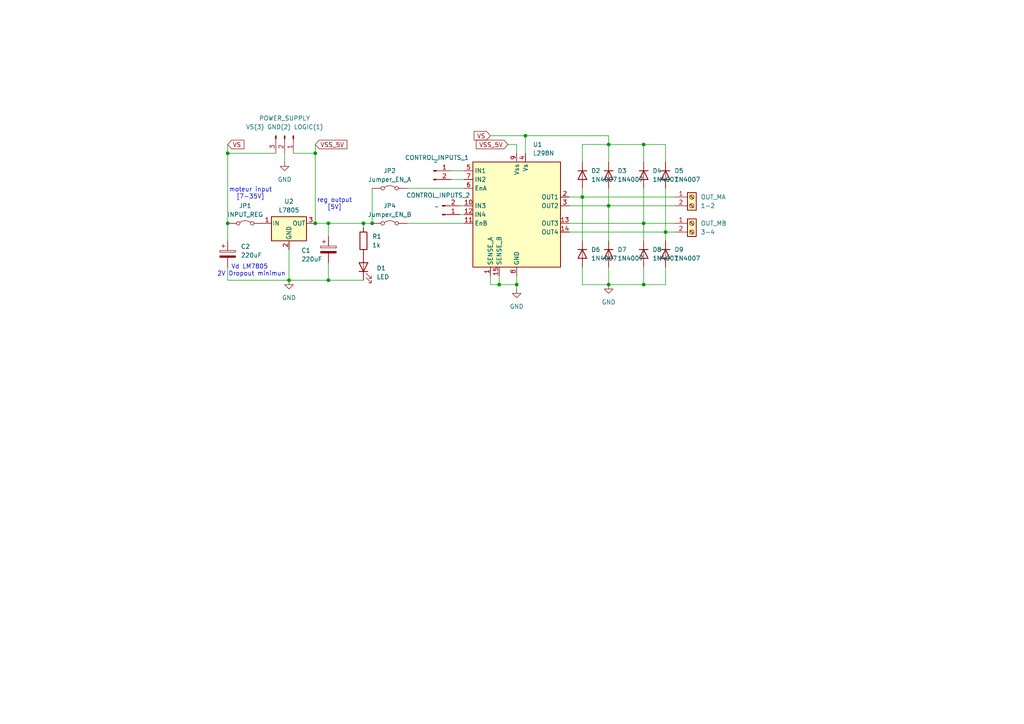
<source format=kicad_sch>
(kicad_sch
	(version 20250114)
	(generator "eeschema")
	(generator_version "9.0")
	(uuid "4b1d3f1c-fe45-4095-b6c5-488effd6a5c6")
	(paper "A4")
	(lib_symbols
		(symbol "Connector:Conn_01x02_Pin"
			(pin_names
				(offset 1.016)
				(hide yes)
			)
			(exclude_from_sim no)
			(in_bom yes)
			(on_board yes)
			(property "Reference" "J"
				(at 0 2.54 0)
				(effects
					(font
						(size 1.27 1.27)
					)
				)
			)
			(property "Value" "Conn_01x02_Pin"
				(at 0 -5.08 0)
				(effects
					(font
						(size 1.27 1.27)
					)
				)
			)
			(property "Footprint" ""
				(at 0 0 0)
				(effects
					(font
						(size 1.27 1.27)
					)
					(hide yes)
				)
			)
			(property "Datasheet" "~"
				(at 0 0 0)
				(effects
					(font
						(size 1.27 1.27)
					)
					(hide yes)
				)
			)
			(property "Description" "Generic connector, single row, 01x02, script generated"
				(at 0 0 0)
				(effects
					(font
						(size 1.27 1.27)
					)
					(hide yes)
				)
			)
			(property "ki_locked" ""
				(at 0 0 0)
				(effects
					(font
						(size 1.27 1.27)
					)
				)
			)
			(property "ki_keywords" "connector"
				(at 0 0 0)
				(effects
					(font
						(size 1.27 1.27)
					)
					(hide yes)
				)
			)
			(property "ki_fp_filters" "Connector*:*_1x??_*"
				(at 0 0 0)
				(effects
					(font
						(size 1.27 1.27)
					)
					(hide yes)
				)
			)
			(symbol "Conn_01x02_Pin_1_1"
				(rectangle
					(start 0.8636 0.127)
					(end 0 -0.127)
					(stroke
						(width 0.1524)
						(type default)
					)
					(fill
						(type outline)
					)
				)
				(rectangle
					(start 0.8636 -2.413)
					(end 0 -2.667)
					(stroke
						(width 0.1524)
						(type default)
					)
					(fill
						(type outline)
					)
				)
				(polyline
					(pts
						(xy 1.27 0) (xy 0.8636 0)
					)
					(stroke
						(width 0.1524)
						(type default)
					)
					(fill
						(type none)
					)
				)
				(polyline
					(pts
						(xy 1.27 -2.54) (xy 0.8636 -2.54)
					)
					(stroke
						(width 0.1524)
						(type default)
					)
					(fill
						(type none)
					)
				)
				(pin passive line
					(at 5.08 0 180)
					(length 3.81)
					(name "Pin_1"
						(effects
							(font
								(size 1.27 1.27)
							)
						)
					)
					(number "1"
						(effects
							(font
								(size 1.27 1.27)
							)
						)
					)
				)
				(pin passive line
					(at 5.08 -2.54 180)
					(length 3.81)
					(name "Pin_2"
						(effects
							(font
								(size 1.27 1.27)
							)
						)
					)
					(number "2"
						(effects
							(font
								(size 1.27 1.27)
							)
						)
					)
				)
			)
			(embedded_fonts no)
		)
		(symbol "Connector:Conn_01x03_Pin"
			(pin_names
				(offset 1.016)
				(hide yes)
			)
			(exclude_from_sim no)
			(in_bom yes)
			(on_board yes)
			(property "Reference" "J"
				(at 0 5.08 0)
				(effects
					(font
						(size 1.27 1.27)
					)
				)
			)
			(property "Value" "Conn_01x03_Pin"
				(at 0 -5.08 0)
				(effects
					(font
						(size 1.27 1.27)
					)
				)
			)
			(property "Footprint" ""
				(at 0 0 0)
				(effects
					(font
						(size 1.27 1.27)
					)
					(hide yes)
				)
			)
			(property "Datasheet" "~"
				(at 0 0 0)
				(effects
					(font
						(size 1.27 1.27)
					)
					(hide yes)
				)
			)
			(property "Description" "Generic connector, single row, 01x03, script generated"
				(at 0 0 0)
				(effects
					(font
						(size 1.27 1.27)
					)
					(hide yes)
				)
			)
			(property "ki_locked" ""
				(at 0 0 0)
				(effects
					(font
						(size 1.27 1.27)
					)
				)
			)
			(property "ki_keywords" "connector"
				(at 0 0 0)
				(effects
					(font
						(size 1.27 1.27)
					)
					(hide yes)
				)
			)
			(property "ki_fp_filters" "Connector*:*_1x??_*"
				(at 0 0 0)
				(effects
					(font
						(size 1.27 1.27)
					)
					(hide yes)
				)
			)
			(symbol "Conn_01x03_Pin_1_1"
				(rectangle
					(start 0.8636 2.667)
					(end 0 2.413)
					(stroke
						(width 0.1524)
						(type default)
					)
					(fill
						(type outline)
					)
				)
				(rectangle
					(start 0.8636 0.127)
					(end 0 -0.127)
					(stroke
						(width 0.1524)
						(type default)
					)
					(fill
						(type outline)
					)
				)
				(rectangle
					(start 0.8636 -2.413)
					(end 0 -2.667)
					(stroke
						(width 0.1524)
						(type default)
					)
					(fill
						(type outline)
					)
				)
				(polyline
					(pts
						(xy 1.27 2.54) (xy 0.8636 2.54)
					)
					(stroke
						(width 0.1524)
						(type default)
					)
					(fill
						(type none)
					)
				)
				(polyline
					(pts
						(xy 1.27 0) (xy 0.8636 0)
					)
					(stroke
						(width 0.1524)
						(type default)
					)
					(fill
						(type none)
					)
				)
				(polyline
					(pts
						(xy 1.27 -2.54) (xy 0.8636 -2.54)
					)
					(stroke
						(width 0.1524)
						(type default)
					)
					(fill
						(type none)
					)
				)
				(pin passive line
					(at 5.08 2.54 180)
					(length 3.81)
					(name "Pin_1"
						(effects
							(font
								(size 1.27 1.27)
							)
						)
					)
					(number "1"
						(effects
							(font
								(size 1.27 1.27)
							)
						)
					)
				)
				(pin passive line
					(at 5.08 0 180)
					(length 3.81)
					(name "Pin_2"
						(effects
							(font
								(size 1.27 1.27)
							)
						)
					)
					(number "2"
						(effects
							(font
								(size 1.27 1.27)
							)
						)
					)
				)
				(pin passive line
					(at 5.08 -2.54 180)
					(length 3.81)
					(name "Pin_3"
						(effects
							(font
								(size 1.27 1.27)
							)
						)
					)
					(number "3"
						(effects
							(font
								(size 1.27 1.27)
							)
						)
					)
				)
			)
			(embedded_fonts no)
		)
		(symbol "Connector:Screw_Terminal_01x02"
			(pin_names
				(offset 1.016)
				(hide yes)
			)
			(exclude_from_sim no)
			(in_bom yes)
			(on_board yes)
			(property "Reference" "J"
				(at 0 2.54 0)
				(effects
					(font
						(size 1.27 1.27)
					)
				)
			)
			(property "Value" "Screw_Terminal_01x02"
				(at 0 -5.08 0)
				(effects
					(font
						(size 1.27 1.27)
					)
				)
			)
			(property "Footprint" ""
				(at 0 0 0)
				(effects
					(font
						(size 1.27 1.27)
					)
					(hide yes)
				)
			)
			(property "Datasheet" "~"
				(at 0 0 0)
				(effects
					(font
						(size 1.27 1.27)
					)
					(hide yes)
				)
			)
			(property "Description" "Generic screw terminal, single row, 01x02, script generated (kicad-library-utils/schlib/autogen/connector/)"
				(at 0 0 0)
				(effects
					(font
						(size 1.27 1.27)
					)
					(hide yes)
				)
			)
			(property "ki_keywords" "screw terminal"
				(at 0 0 0)
				(effects
					(font
						(size 1.27 1.27)
					)
					(hide yes)
				)
			)
			(property "ki_fp_filters" "TerminalBlock*:*"
				(at 0 0 0)
				(effects
					(font
						(size 1.27 1.27)
					)
					(hide yes)
				)
			)
			(symbol "Screw_Terminal_01x02_1_1"
				(rectangle
					(start -1.27 1.27)
					(end 1.27 -3.81)
					(stroke
						(width 0.254)
						(type default)
					)
					(fill
						(type background)
					)
				)
				(polyline
					(pts
						(xy -0.5334 0.3302) (xy 0.3302 -0.508)
					)
					(stroke
						(width 0.1524)
						(type default)
					)
					(fill
						(type none)
					)
				)
				(polyline
					(pts
						(xy -0.5334 -2.2098) (xy 0.3302 -3.048)
					)
					(stroke
						(width 0.1524)
						(type default)
					)
					(fill
						(type none)
					)
				)
				(polyline
					(pts
						(xy -0.3556 0.508) (xy 0.508 -0.3302)
					)
					(stroke
						(width 0.1524)
						(type default)
					)
					(fill
						(type none)
					)
				)
				(polyline
					(pts
						(xy -0.3556 -2.032) (xy 0.508 -2.8702)
					)
					(stroke
						(width 0.1524)
						(type default)
					)
					(fill
						(type none)
					)
				)
				(circle
					(center 0 0)
					(radius 0.635)
					(stroke
						(width 0.1524)
						(type default)
					)
					(fill
						(type none)
					)
				)
				(circle
					(center 0 -2.54)
					(radius 0.635)
					(stroke
						(width 0.1524)
						(type default)
					)
					(fill
						(type none)
					)
				)
				(pin passive line
					(at -5.08 0 0)
					(length 3.81)
					(name "Pin_1"
						(effects
							(font
								(size 1.27 1.27)
							)
						)
					)
					(number "1"
						(effects
							(font
								(size 1.27 1.27)
							)
						)
					)
				)
				(pin passive line
					(at -5.08 -2.54 0)
					(length 3.81)
					(name "Pin_2"
						(effects
							(font
								(size 1.27 1.27)
							)
						)
					)
					(number "2"
						(effects
							(font
								(size 1.27 1.27)
							)
						)
					)
				)
			)
			(embedded_fonts no)
		)
		(symbol "Device:C_Polarized"
			(pin_numbers
				(hide yes)
			)
			(pin_names
				(offset 0.254)
			)
			(exclude_from_sim no)
			(in_bom yes)
			(on_board yes)
			(property "Reference" "C"
				(at 0.635 2.54 0)
				(effects
					(font
						(size 1.27 1.27)
					)
					(justify left)
				)
			)
			(property "Value" "C_Polarized"
				(at 0.635 -2.54 0)
				(effects
					(font
						(size 1.27 1.27)
					)
					(justify left)
				)
			)
			(property "Footprint" ""
				(at 0.9652 -3.81 0)
				(effects
					(font
						(size 1.27 1.27)
					)
					(hide yes)
				)
			)
			(property "Datasheet" "~"
				(at 0 0 0)
				(effects
					(font
						(size 1.27 1.27)
					)
					(hide yes)
				)
			)
			(property "Description" "Polarized capacitor"
				(at 0 0 0)
				(effects
					(font
						(size 1.27 1.27)
					)
					(hide yes)
				)
			)
			(property "ki_keywords" "cap capacitor"
				(at 0 0 0)
				(effects
					(font
						(size 1.27 1.27)
					)
					(hide yes)
				)
			)
			(property "ki_fp_filters" "CP_*"
				(at 0 0 0)
				(effects
					(font
						(size 1.27 1.27)
					)
					(hide yes)
				)
			)
			(symbol "C_Polarized_0_1"
				(rectangle
					(start -2.286 0.508)
					(end 2.286 1.016)
					(stroke
						(width 0)
						(type default)
					)
					(fill
						(type none)
					)
				)
				(polyline
					(pts
						(xy -1.778 2.286) (xy -0.762 2.286)
					)
					(stroke
						(width 0)
						(type default)
					)
					(fill
						(type none)
					)
				)
				(polyline
					(pts
						(xy -1.27 2.794) (xy -1.27 1.778)
					)
					(stroke
						(width 0)
						(type default)
					)
					(fill
						(type none)
					)
				)
				(rectangle
					(start 2.286 -0.508)
					(end -2.286 -1.016)
					(stroke
						(width 0)
						(type default)
					)
					(fill
						(type outline)
					)
				)
			)
			(symbol "C_Polarized_1_1"
				(pin passive line
					(at 0 3.81 270)
					(length 2.794)
					(name "~"
						(effects
							(font
								(size 1.27 1.27)
							)
						)
					)
					(number "1"
						(effects
							(font
								(size 1.27 1.27)
							)
						)
					)
				)
				(pin passive line
					(at 0 -3.81 90)
					(length 2.794)
					(name "~"
						(effects
							(font
								(size 1.27 1.27)
							)
						)
					)
					(number "2"
						(effects
							(font
								(size 1.27 1.27)
							)
						)
					)
				)
			)
			(embedded_fonts no)
		)
		(symbol "Device:LED"
			(pin_numbers
				(hide yes)
			)
			(pin_names
				(offset 1.016)
				(hide yes)
			)
			(exclude_from_sim no)
			(in_bom yes)
			(on_board yes)
			(property "Reference" "D"
				(at 0 2.54 0)
				(effects
					(font
						(size 1.27 1.27)
					)
				)
			)
			(property "Value" "LED"
				(at 0 -2.54 0)
				(effects
					(font
						(size 1.27 1.27)
					)
				)
			)
			(property "Footprint" ""
				(at 0 0 0)
				(effects
					(font
						(size 1.27 1.27)
					)
					(hide yes)
				)
			)
			(property "Datasheet" "~"
				(at 0 0 0)
				(effects
					(font
						(size 1.27 1.27)
					)
					(hide yes)
				)
			)
			(property "Description" "Light emitting diode"
				(at 0 0 0)
				(effects
					(font
						(size 1.27 1.27)
					)
					(hide yes)
				)
			)
			(property "Sim.Pins" "1=K 2=A"
				(at 0 0 0)
				(effects
					(font
						(size 1.27 1.27)
					)
					(hide yes)
				)
			)
			(property "ki_keywords" "LED diode"
				(at 0 0 0)
				(effects
					(font
						(size 1.27 1.27)
					)
					(hide yes)
				)
			)
			(property "ki_fp_filters" "LED* LED_SMD:* LED_THT:*"
				(at 0 0 0)
				(effects
					(font
						(size 1.27 1.27)
					)
					(hide yes)
				)
			)
			(symbol "LED_0_1"
				(polyline
					(pts
						(xy -3.048 -0.762) (xy -4.572 -2.286) (xy -3.81 -2.286) (xy -4.572 -2.286) (xy -4.572 -1.524)
					)
					(stroke
						(width 0)
						(type default)
					)
					(fill
						(type none)
					)
				)
				(polyline
					(pts
						(xy -1.778 -0.762) (xy -3.302 -2.286) (xy -2.54 -2.286) (xy -3.302 -2.286) (xy -3.302 -1.524)
					)
					(stroke
						(width 0)
						(type default)
					)
					(fill
						(type none)
					)
				)
				(polyline
					(pts
						(xy -1.27 0) (xy 1.27 0)
					)
					(stroke
						(width 0)
						(type default)
					)
					(fill
						(type none)
					)
				)
				(polyline
					(pts
						(xy -1.27 -1.27) (xy -1.27 1.27)
					)
					(stroke
						(width 0.254)
						(type default)
					)
					(fill
						(type none)
					)
				)
				(polyline
					(pts
						(xy 1.27 -1.27) (xy 1.27 1.27) (xy -1.27 0) (xy 1.27 -1.27)
					)
					(stroke
						(width 0.254)
						(type default)
					)
					(fill
						(type none)
					)
				)
			)
			(symbol "LED_1_1"
				(pin passive line
					(at -3.81 0 0)
					(length 2.54)
					(name "K"
						(effects
							(font
								(size 1.27 1.27)
							)
						)
					)
					(number "1"
						(effects
							(font
								(size 1.27 1.27)
							)
						)
					)
				)
				(pin passive line
					(at 3.81 0 180)
					(length 2.54)
					(name "A"
						(effects
							(font
								(size 1.27 1.27)
							)
						)
					)
					(number "2"
						(effects
							(font
								(size 1.27 1.27)
							)
						)
					)
				)
			)
			(embedded_fonts no)
		)
		(symbol "Device:R"
			(pin_numbers
				(hide yes)
			)
			(pin_names
				(offset 0)
			)
			(exclude_from_sim no)
			(in_bom yes)
			(on_board yes)
			(property "Reference" "R"
				(at 2.032 0 90)
				(effects
					(font
						(size 1.27 1.27)
					)
				)
			)
			(property "Value" "R"
				(at 0 0 90)
				(effects
					(font
						(size 1.27 1.27)
					)
				)
			)
			(property "Footprint" ""
				(at -1.778 0 90)
				(effects
					(font
						(size 1.27 1.27)
					)
					(hide yes)
				)
			)
			(property "Datasheet" "~"
				(at 0 0 0)
				(effects
					(font
						(size 1.27 1.27)
					)
					(hide yes)
				)
			)
			(property "Description" "Resistor"
				(at 0 0 0)
				(effects
					(font
						(size 1.27 1.27)
					)
					(hide yes)
				)
			)
			(property "ki_keywords" "R res resistor"
				(at 0 0 0)
				(effects
					(font
						(size 1.27 1.27)
					)
					(hide yes)
				)
			)
			(property "ki_fp_filters" "R_*"
				(at 0 0 0)
				(effects
					(font
						(size 1.27 1.27)
					)
					(hide yes)
				)
			)
			(symbol "R_0_1"
				(rectangle
					(start -1.016 -2.54)
					(end 1.016 2.54)
					(stroke
						(width 0.254)
						(type default)
					)
					(fill
						(type none)
					)
				)
			)
			(symbol "R_1_1"
				(pin passive line
					(at 0 3.81 270)
					(length 1.27)
					(name "~"
						(effects
							(font
								(size 1.27 1.27)
							)
						)
					)
					(number "1"
						(effects
							(font
								(size 1.27 1.27)
							)
						)
					)
				)
				(pin passive line
					(at 0 -3.81 90)
					(length 1.27)
					(name "~"
						(effects
							(font
								(size 1.27 1.27)
							)
						)
					)
					(number "2"
						(effects
							(font
								(size 1.27 1.27)
							)
						)
					)
				)
			)
			(embedded_fonts no)
		)
		(symbol "Diode:1N4007"
			(pin_numbers
				(hide yes)
			)
			(pin_names
				(hide yes)
			)
			(exclude_from_sim no)
			(in_bom yes)
			(on_board yes)
			(property "Reference" "D"
				(at 0 2.54 0)
				(effects
					(font
						(size 1.27 1.27)
					)
				)
			)
			(property "Value" "1N4007"
				(at 0 -2.54 0)
				(effects
					(font
						(size 1.27 1.27)
					)
				)
			)
			(property "Footprint" "Diode_THT:D_DO-41_SOD81_P10.16mm_Horizontal"
				(at 0 -4.445 0)
				(effects
					(font
						(size 1.27 1.27)
					)
					(hide yes)
				)
			)
			(property "Datasheet" "http://www.vishay.com/docs/88503/1n4001.pdf"
				(at 0 0 0)
				(effects
					(font
						(size 1.27 1.27)
					)
					(hide yes)
				)
			)
			(property "Description" "1000V 1A General Purpose Rectifier Diode, DO-41"
				(at 0 0 0)
				(effects
					(font
						(size 1.27 1.27)
					)
					(hide yes)
				)
			)
			(property "Sim.Device" "D"
				(at 0 0 0)
				(effects
					(font
						(size 1.27 1.27)
					)
					(hide yes)
				)
			)
			(property "Sim.Pins" "1=K 2=A"
				(at 0 0 0)
				(effects
					(font
						(size 1.27 1.27)
					)
					(hide yes)
				)
			)
			(property "ki_keywords" "diode"
				(at 0 0 0)
				(effects
					(font
						(size 1.27 1.27)
					)
					(hide yes)
				)
			)
			(property "ki_fp_filters" "D*DO?41*"
				(at 0 0 0)
				(effects
					(font
						(size 1.27 1.27)
					)
					(hide yes)
				)
			)
			(symbol "1N4007_0_1"
				(polyline
					(pts
						(xy -1.27 1.27) (xy -1.27 -1.27)
					)
					(stroke
						(width 0.254)
						(type default)
					)
					(fill
						(type none)
					)
				)
				(polyline
					(pts
						(xy 1.27 1.27) (xy 1.27 -1.27) (xy -1.27 0) (xy 1.27 1.27)
					)
					(stroke
						(width 0.254)
						(type default)
					)
					(fill
						(type none)
					)
				)
				(polyline
					(pts
						(xy 1.27 0) (xy -1.27 0)
					)
					(stroke
						(width 0)
						(type default)
					)
					(fill
						(type none)
					)
				)
			)
			(symbol "1N4007_1_1"
				(pin passive line
					(at -3.81 0 0)
					(length 2.54)
					(name "K"
						(effects
							(font
								(size 1.27 1.27)
							)
						)
					)
					(number "1"
						(effects
							(font
								(size 1.27 1.27)
							)
						)
					)
				)
				(pin passive line
					(at 3.81 0 180)
					(length 2.54)
					(name "A"
						(effects
							(font
								(size 1.27 1.27)
							)
						)
					)
					(number "2"
						(effects
							(font
								(size 1.27 1.27)
							)
						)
					)
				)
			)
			(embedded_fonts no)
		)
		(symbol "Driver_Motor:L298N"
			(exclude_from_sim no)
			(in_bom yes)
			(on_board yes)
			(property "Reference" "U"
				(at -10.16 16.51 0)
				(effects
					(font
						(size 1.27 1.27)
					)
					(justify right)
				)
			)
			(property "Value" "L298N"
				(at 12.7 16.51 0)
				(effects
					(font
						(size 1.27 1.27)
					)
					(justify right)
				)
			)
			(property "Footprint" "Package_TO_SOT_THT:TO-220-15_P2.54x5.08mm_StaggerOdd_Lead4.58mm_Vertical"
				(at 1.27 -16.51 0)
				(effects
					(font
						(size 1.27 1.27)
					)
					(justify left)
					(hide yes)
				)
			)
			(property "Datasheet" "http://www.st.com/st-web-ui/static/active/en/resource/technical/document/datasheet/CD00000240.pdf"
				(at 3.81 6.35 0)
				(effects
					(font
						(size 1.27 1.27)
					)
					(hide yes)
				)
			)
			(property "Description" "Dual full bridge motor driver, up to 46V, 4A, Multiwatt15-V"
				(at 0 0 0)
				(effects
					(font
						(size 1.27 1.27)
					)
					(hide yes)
				)
			)
			(property "ki_keywords" "H-bridge motor driver"
				(at 0 0 0)
				(effects
					(font
						(size 1.27 1.27)
					)
					(hide yes)
				)
			)
			(property "ki_fp_filters" "TO?220*StaggerOdd*Vertical*"
				(at 0 0 0)
				(effects
					(font
						(size 1.27 1.27)
					)
					(hide yes)
				)
			)
			(symbol "L298N_0_1"
				(rectangle
					(start -12.7 15.24)
					(end 12.7 -15.24)
					(stroke
						(width 0.254)
						(type default)
					)
					(fill
						(type background)
					)
				)
			)
			(symbol "L298N_1_1"
				(pin input line
					(at -15.24 12.7 0)
					(length 2.54)
					(name "IN1"
						(effects
							(font
								(size 1.27 1.27)
							)
						)
					)
					(number "5"
						(effects
							(font
								(size 1.27 1.27)
							)
						)
					)
				)
				(pin input line
					(at -15.24 10.16 0)
					(length 2.54)
					(name "IN2"
						(effects
							(font
								(size 1.27 1.27)
							)
						)
					)
					(number "7"
						(effects
							(font
								(size 1.27 1.27)
							)
						)
					)
				)
				(pin input line
					(at -15.24 7.62 0)
					(length 2.54)
					(name "EnA"
						(effects
							(font
								(size 1.27 1.27)
							)
						)
					)
					(number "6"
						(effects
							(font
								(size 1.27 1.27)
							)
						)
					)
				)
				(pin input line
					(at -15.24 2.54 0)
					(length 2.54)
					(name "IN3"
						(effects
							(font
								(size 1.27 1.27)
							)
						)
					)
					(number "10"
						(effects
							(font
								(size 1.27 1.27)
							)
						)
					)
				)
				(pin input line
					(at -15.24 0 0)
					(length 2.54)
					(name "IN4"
						(effects
							(font
								(size 1.27 1.27)
							)
						)
					)
					(number "12"
						(effects
							(font
								(size 1.27 1.27)
							)
						)
					)
				)
				(pin input line
					(at -15.24 -2.54 0)
					(length 2.54)
					(name "EnB"
						(effects
							(font
								(size 1.27 1.27)
							)
						)
					)
					(number "11"
						(effects
							(font
								(size 1.27 1.27)
							)
						)
					)
				)
				(pin input line
					(at -7.62 -17.78 90)
					(length 2.54)
					(name "SENSE_A"
						(effects
							(font
								(size 1.27 1.27)
							)
						)
					)
					(number "1"
						(effects
							(font
								(size 1.27 1.27)
							)
						)
					)
				)
				(pin input line
					(at -5.08 -17.78 90)
					(length 2.54)
					(name "SENSE_B"
						(effects
							(font
								(size 1.27 1.27)
							)
						)
					)
					(number "15"
						(effects
							(font
								(size 1.27 1.27)
							)
						)
					)
				)
				(pin power_in line
					(at 0 17.78 270)
					(length 2.54)
					(name "Vss"
						(effects
							(font
								(size 1.27 1.27)
							)
						)
					)
					(number "9"
						(effects
							(font
								(size 1.27 1.27)
							)
						)
					)
				)
				(pin power_in line
					(at 0 -17.78 90)
					(length 2.54)
					(name "GND"
						(effects
							(font
								(size 1.27 1.27)
							)
						)
					)
					(number "8"
						(effects
							(font
								(size 1.27 1.27)
							)
						)
					)
				)
				(pin power_in line
					(at 2.54 17.78 270)
					(length 2.54)
					(name "Vs"
						(effects
							(font
								(size 1.27 1.27)
							)
						)
					)
					(number "4"
						(effects
							(font
								(size 1.27 1.27)
							)
						)
					)
				)
				(pin output line
					(at 15.24 5.08 180)
					(length 2.54)
					(name "OUT1"
						(effects
							(font
								(size 1.27 1.27)
							)
						)
					)
					(number "2"
						(effects
							(font
								(size 1.27 1.27)
							)
						)
					)
				)
				(pin output line
					(at 15.24 2.54 180)
					(length 2.54)
					(name "OUT2"
						(effects
							(font
								(size 1.27 1.27)
							)
						)
					)
					(number "3"
						(effects
							(font
								(size 1.27 1.27)
							)
						)
					)
				)
				(pin output line
					(at 15.24 -2.54 180)
					(length 2.54)
					(name "OUT3"
						(effects
							(font
								(size 1.27 1.27)
							)
						)
					)
					(number "13"
						(effects
							(font
								(size 1.27 1.27)
							)
						)
					)
				)
				(pin output line
					(at 15.24 -5.08 180)
					(length 2.54)
					(name "OUT4"
						(effects
							(font
								(size 1.27 1.27)
							)
						)
					)
					(number "14"
						(effects
							(font
								(size 1.27 1.27)
							)
						)
					)
				)
			)
			(embedded_fonts no)
		)
		(symbol "Jumper:Jumper_2_Bridged"
			(pin_numbers
				(hide yes)
			)
			(pin_names
				(offset 0)
				(hide yes)
			)
			(exclude_from_sim no)
			(in_bom yes)
			(on_board yes)
			(property "Reference" "JP"
				(at 0 1.905 0)
				(effects
					(font
						(size 1.27 1.27)
					)
				)
			)
			(property "Value" "Jumper_2_Bridged"
				(at 0 -2.54 0)
				(effects
					(font
						(size 1.27 1.27)
					)
				)
			)
			(property "Footprint" ""
				(at 0 0 0)
				(effects
					(font
						(size 1.27 1.27)
					)
					(hide yes)
				)
			)
			(property "Datasheet" "~"
				(at 0 0 0)
				(effects
					(font
						(size 1.27 1.27)
					)
					(hide yes)
				)
			)
			(property "Description" "Jumper, 2-pole, closed/bridged"
				(at 0 0 0)
				(effects
					(font
						(size 1.27 1.27)
					)
					(hide yes)
				)
			)
			(property "ki_keywords" "Jumper SPST"
				(at 0 0 0)
				(effects
					(font
						(size 1.27 1.27)
					)
					(hide yes)
				)
			)
			(property "ki_fp_filters" "Jumper* TestPoint*2Pads* TestPoint*Bridge*"
				(at 0 0 0)
				(effects
					(font
						(size 1.27 1.27)
					)
					(hide yes)
				)
			)
			(symbol "Jumper_2_Bridged_0_0"
				(circle
					(center -2.032 0)
					(radius 0.508)
					(stroke
						(width 0)
						(type default)
					)
					(fill
						(type none)
					)
				)
				(circle
					(center 2.032 0)
					(radius 0.508)
					(stroke
						(width 0)
						(type default)
					)
					(fill
						(type none)
					)
				)
			)
			(symbol "Jumper_2_Bridged_0_1"
				(arc
					(start -1.524 0.254)
					(mid 0 0.762)
					(end 1.524 0.254)
					(stroke
						(width 0)
						(type default)
					)
					(fill
						(type none)
					)
				)
			)
			(symbol "Jumper_2_Bridged_1_1"
				(pin passive line
					(at -5.08 0 0)
					(length 2.54)
					(name "A"
						(effects
							(font
								(size 1.27 1.27)
							)
						)
					)
					(number "1"
						(effects
							(font
								(size 1.27 1.27)
							)
						)
					)
				)
				(pin passive line
					(at 5.08 0 180)
					(length 2.54)
					(name "B"
						(effects
							(font
								(size 1.27 1.27)
							)
						)
					)
					(number "2"
						(effects
							(font
								(size 1.27 1.27)
							)
						)
					)
				)
			)
			(embedded_fonts no)
		)
		(symbol "Regulator_Linear:L7805"
			(pin_names
				(offset 0.254)
			)
			(exclude_from_sim no)
			(in_bom yes)
			(on_board yes)
			(property "Reference" "U"
				(at -3.81 3.175 0)
				(effects
					(font
						(size 1.27 1.27)
					)
				)
			)
			(property "Value" "L7805"
				(at 0 3.175 0)
				(effects
					(font
						(size 1.27 1.27)
					)
					(justify left)
				)
			)
			(property "Footprint" ""
				(at 0.635 -3.81 0)
				(effects
					(font
						(size 1.27 1.27)
						(italic yes)
					)
					(justify left)
					(hide yes)
				)
			)
			(property "Datasheet" "http://www.st.com/content/ccc/resource/technical/document/datasheet/41/4f/b3/b0/12/d4/47/88/CD00000444.pdf/files/CD00000444.pdf/jcr:content/translations/en.CD00000444.pdf"
				(at 0 -1.27 0)
				(effects
					(font
						(size 1.27 1.27)
					)
					(hide yes)
				)
			)
			(property "Description" "Positive 1.5A 35V Linear Regulator, Fixed Output 5V, TO-220/TO-263/TO-252"
				(at 0 0 0)
				(effects
					(font
						(size 1.27 1.27)
					)
					(hide yes)
				)
			)
			(property "ki_keywords" "Voltage Regulator 1.5A Positive"
				(at 0 0 0)
				(effects
					(font
						(size 1.27 1.27)
					)
					(hide yes)
				)
			)
			(property "ki_fp_filters" "TO?252* TO?263* TO?220*"
				(at 0 0 0)
				(effects
					(font
						(size 1.27 1.27)
					)
					(hide yes)
				)
			)
			(symbol "L7805_0_1"
				(rectangle
					(start -5.08 1.905)
					(end 5.08 -5.08)
					(stroke
						(width 0.254)
						(type default)
					)
					(fill
						(type background)
					)
				)
			)
			(symbol "L7805_1_1"
				(pin power_in line
					(at -7.62 0 0)
					(length 2.54)
					(name "IN"
						(effects
							(font
								(size 1.27 1.27)
							)
						)
					)
					(number "1"
						(effects
							(font
								(size 1.27 1.27)
							)
						)
					)
				)
				(pin power_in line
					(at 0 -7.62 90)
					(length 2.54)
					(name "GND"
						(effects
							(font
								(size 1.27 1.27)
							)
						)
					)
					(number "2"
						(effects
							(font
								(size 1.27 1.27)
							)
						)
					)
				)
				(pin power_out line
					(at 7.62 0 180)
					(length 2.54)
					(name "OUT"
						(effects
							(font
								(size 1.27 1.27)
							)
						)
					)
					(number "3"
						(effects
							(font
								(size 1.27 1.27)
							)
						)
					)
				)
			)
			(embedded_fonts no)
		)
		(symbol "power:GND"
			(power)
			(pin_numbers
				(hide yes)
			)
			(pin_names
				(offset 0)
				(hide yes)
			)
			(exclude_from_sim no)
			(in_bom yes)
			(on_board yes)
			(property "Reference" "#PWR"
				(at 0 -6.35 0)
				(effects
					(font
						(size 1.27 1.27)
					)
					(hide yes)
				)
			)
			(property "Value" "GND"
				(at 0 -3.81 0)
				(effects
					(font
						(size 1.27 1.27)
					)
				)
			)
			(property "Footprint" ""
				(at 0 0 0)
				(effects
					(font
						(size 1.27 1.27)
					)
					(hide yes)
				)
			)
			(property "Datasheet" ""
				(at 0 0 0)
				(effects
					(font
						(size 1.27 1.27)
					)
					(hide yes)
				)
			)
			(property "Description" "Power symbol creates a global label with name \"GND\" , ground"
				(at 0 0 0)
				(effects
					(font
						(size 1.27 1.27)
					)
					(hide yes)
				)
			)
			(property "ki_keywords" "global power"
				(at 0 0 0)
				(effects
					(font
						(size 1.27 1.27)
					)
					(hide yes)
				)
			)
			(symbol "GND_0_1"
				(polyline
					(pts
						(xy 0 0) (xy 0 -1.27) (xy 1.27 -1.27) (xy 0 -2.54) (xy -1.27 -1.27) (xy 0 -1.27)
					)
					(stroke
						(width 0)
						(type default)
					)
					(fill
						(type none)
					)
				)
			)
			(symbol "GND_1_1"
				(pin power_in line
					(at 0 0 270)
					(length 0)
					(name "~"
						(effects
							(font
								(size 1.27 1.27)
							)
						)
					)
					(number "1"
						(effects
							(font
								(size 1.27 1.27)
							)
						)
					)
				)
			)
			(embedded_fonts no)
		)
	)
	(text "Vd LM7805 \n2V Dropout minimun"
		(exclude_from_sim no)
		(at 72.898 78.486 0)
		(effects
			(font
				(size 1.27 1.27)
			)
		)
		(uuid "63d05775-9208-4c12-bdb8-cffa4eeaf685")
	)
	(text "reg output\n[5V]"
		(exclude_from_sim no)
		(at 97.028 59.182 0)
		(effects
			(font
				(size 1.27 1.27)
			)
		)
		(uuid "d30e7162-cf33-4810-bb65-e5f6b7bd31ba")
	)
	(text "moteur input\n[7-35V]"
		(exclude_from_sim no)
		(at 72.644 56.134 0)
		(effects
			(font
				(size 1.27 1.27)
			)
		)
		(uuid "ddd6786c-d4a0-4a12-89d0-d6cbe4900d95")
	)
	(junction
		(at 91.44 64.77)
		(diameter 0)
		(color 0 0 0 0)
		(uuid "01a20c7d-3d04-4f55-9810-c7ca6ff01db4")
	)
	(junction
		(at 105.41 64.77)
		(diameter 0)
		(color 0 0 0 0)
		(uuid "03d0e7a1-4c3d-4e23-b462-f16d84e9e789")
	)
	(junction
		(at 66.04 64.77)
		(diameter 0)
		(color 0 0 0 0)
		(uuid "0a8cfa95-8e72-47ac-bad9-0436055c050b")
	)
	(junction
		(at 193.04 67.31)
		(diameter 0)
		(color 0 0 0 0)
		(uuid "0c7d1b70-59f7-4aa5-b860-7f227ac71e4b")
	)
	(junction
		(at 186.69 82.55)
		(diameter 0)
		(color 0 0 0 0)
		(uuid "205a80fa-43ac-4aba-b48a-fb9a3d7f4e83")
	)
	(junction
		(at 95.25 64.77)
		(diameter 0)
		(color 0 0 0 0)
		(uuid "294e5942-0c35-40c5-ac94-43f38ddfb590")
	)
	(junction
		(at 83.82 81.28)
		(diameter 0)
		(color 0 0 0 0)
		(uuid "2b4c9407-8a84-4be8-9feb-504da8183af5")
	)
	(junction
		(at 152.4 39.37)
		(diameter 0)
		(color 0 0 0 0)
		(uuid "309cb4c3-568b-4d86-ba1f-34f95ab30273")
	)
	(junction
		(at 91.44 44.45)
		(diameter 0)
		(color 0 0 0 0)
		(uuid "414ef456-037d-47f6-a401-ec7255f64e70")
	)
	(junction
		(at 66.04 44.45)
		(diameter 0)
		(color 0 0 0 0)
		(uuid "6086446d-b675-4730-b141-cb5a6eb1c761")
	)
	(junction
		(at 186.69 64.77)
		(diameter 0)
		(color 0 0 0 0)
		(uuid "613be36c-0681-4256-891b-ac8e516819c3")
	)
	(junction
		(at 107.95 64.77)
		(diameter 0)
		(color 0 0 0 0)
		(uuid "7a58b177-861d-46a1-a8b2-0821d4ea25e6")
	)
	(junction
		(at 168.91 57.15)
		(diameter 0)
		(color 0 0 0 0)
		(uuid "7aeaeab7-c0ea-45d1-b9bd-4d93ae1bfb7b")
	)
	(junction
		(at 176.53 82.55)
		(diameter 0)
		(color 0 0 0 0)
		(uuid "802c9e74-e388-49c9-8097-7a540c0b66e5")
	)
	(junction
		(at 186.69 41.91)
		(diameter 0)
		(color 0 0 0 0)
		(uuid "83417abb-5b55-4a03-8582-6ae7c7b2f970")
	)
	(junction
		(at 149.86 82.55)
		(diameter 0)
		(color 0 0 0 0)
		(uuid "834610d8-19ae-40fc-9eb3-7e59e3a011c1")
	)
	(junction
		(at 176.53 59.69)
		(diameter 0)
		(color 0 0 0 0)
		(uuid "8eac4178-55ce-4d01-bf8c-fe0b012b4a01")
	)
	(junction
		(at 95.25 81.28)
		(diameter 0)
		(color 0 0 0 0)
		(uuid "c85b2000-478d-4b4d-9b83-9587dda01d31")
	)
	(junction
		(at 144.78 82.55)
		(diameter 0)
		(color 0 0 0 0)
		(uuid "d16c1f54-29a1-4a4f-ba74-b45b140f2cfd")
	)
	(junction
		(at 176.53 41.91)
		(diameter 0)
		(color 0 0 0 0)
		(uuid "ead87d5a-7629-4bd6-9997-671a7e13d7c6")
	)
	(wire
		(pts
			(xy 152.4 39.37) (xy 176.53 39.37)
		)
		(stroke
			(width 0)
			(type default)
		)
		(uuid "01436379-a07f-4c13-bc25-f15bc2973f90")
	)
	(wire
		(pts
			(xy 165.1 57.15) (xy 168.91 57.15)
		)
		(stroke
			(width 0)
			(type default)
		)
		(uuid "01dc5a80-28cf-47e5-be3a-08bdd938929f")
	)
	(wire
		(pts
			(xy 134.62 49.53) (xy 130.81 49.53)
		)
		(stroke
			(width 0)
			(type default)
		)
		(uuid "02dd636d-4330-47cc-b789-66738d5540c4")
	)
	(wire
		(pts
			(xy 193.04 67.31) (xy 193.04 69.85)
		)
		(stroke
			(width 0)
			(type default)
		)
		(uuid "05b2d945-deb4-4047-9082-dc7a7a0b7167")
	)
	(wire
		(pts
			(xy 186.69 46.99) (xy 186.69 41.91)
		)
		(stroke
			(width 0)
			(type default)
		)
		(uuid "0bcdea59-b960-444d-989b-18a4025d011a")
	)
	(wire
		(pts
			(xy 118.11 64.77) (xy 134.62 64.77)
		)
		(stroke
			(width 0)
			(type default)
		)
		(uuid "0ca61a8e-ee72-4cdc-a758-ea83e5128df6")
	)
	(wire
		(pts
			(xy 91.44 41.91) (xy 91.44 44.45)
		)
		(stroke
			(width 0)
			(type default)
		)
		(uuid "1b11c967-26e1-4f31-8333-7325912b4959")
	)
	(wire
		(pts
			(xy 66.04 77.47) (xy 66.04 81.28)
		)
		(stroke
			(width 0)
			(type default)
		)
		(uuid "20cb4576-1151-4323-883b-742e8f29c766")
	)
	(wire
		(pts
			(xy 107.95 54.61) (xy 107.95 64.77)
		)
		(stroke
			(width 0)
			(type default)
		)
		(uuid "267bc3fd-1a96-41c0-9fce-0a320a8c09cf")
	)
	(wire
		(pts
			(xy 118.11 54.61) (xy 134.62 54.61)
		)
		(stroke
			(width 0)
			(type default)
		)
		(uuid "276985cb-3826-4039-a23c-7f994a1a0619")
	)
	(wire
		(pts
			(xy 105.41 64.77) (xy 107.95 64.77)
		)
		(stroke
			(width 0)
			(type default)
		)
		(uuid "2a0db4a3-f100-4aea-9fd8-df86749c6537")
	)
	(wire
		(pts
			(xy 168.91 57.15) (xy 168.91 54.61)
		)
		(stroke
			(width 0)
			(type default)
		)
		(uuid "2b5d49ef-748d-4350-a211-3e4a1f04ca43")
	)
	(wire
		(pts
			(xy 83.82 81.28) (xy 95.25 81.28)
		)
		(stroke
			(width 0)
			(type default)
		)
		(uuid "2e640bff-ec45-4152-b9c5-819f2495beab")
	)
	(wire
		(pts
			(xy 186.69 82.55) (xy 176.53 82.55)
		)
		(stroke
			(width 0)
			(type default)
		)
		(uuid "32a52f25-d4d3-4fe8-9722-8b843a1b3e05")
	)
	(wire
		(pts
			(xy 176.53 59.69) (xy 176.53 69.85)
		)
		(stroke
			(width 0)
			(type default)
		)
		(uuid "3584afce-12d6-4b46-919f-d28b2d6a0066")
	)
	(wire
		(pts
			(xy 176.53 82.55) (xy 176.53 77.47)
		)
		(stroke
			(width 0)
			(type default)
		)
		(uuid "4132fc41-1a61-4414-908a-c01074bd0f2c")
	)
	(wire
		(pts
			(xy 95.25 81.28) (xy 105.41 81.28)
		)
		(stroke
			(width 0)
			(type default)
		)
		(uuid "41537e52-f03d-4df8-9936-e2067b6a4eaf")
	)
	(wire
		(pts
			(xy 165.1 59.69) (xy 176.53 59.69)
		)
		(stroke
			(width 0)
			(type default)
		)
		(uuid "49628b77-7a58-4882-ab81-97dd60f81456")
	)
	(wire
		(pts
			(xy 193.04 67.31) (xy 193.04 54.61)
		)
		(stroke
			(width 0)
			(type default)
		)
		(uuid "4bd45740-24dd-4a39-bfcf-7bd68bf5b58a")
	)
	(wire
		(pts
			(xy 165.1 64.77) (xy 186.69 64.77)
		)
		(stroke
			(width 0)
			(type default)
		)
		(uuid "4de71a82-cfc8-4bd9-a64d-a6088fb0db03")
	)
	(wire
		(pts
			(xy 186.69 64.77) (xy 195.58 64.77)
		)
		(stroke
			(width 0)
			(type default)
		)
		(uuid "4df07532-e7f9-4b7e-a353-d9e1a93b63b6")
	)
	(wire
		(pts
			(xy 186.69 77.47) (xy 186.69 82.55)
		)
		(stroke
			(width 0)
			(type default)
		)
		(uuid "4fc1de74-0a6a-4637-81e4-6ae0263a3451")
	)
	(wire
		(pts
			(xy 168.91 46.99) (xy 168.91 41.91)
		)
		(stroke
			(width 0)
			(type default)
		)
		(uuid "54822c5f-791e-4260-b649-3e246f7262e9")
	)
	(wire
		(pts
			(xy 168.91 57.15) (xy 195.58 57.15)
		)
		(stroke
			(width 0)
			(type default)
		)
		(uuid "57e941bd-0e50-445b-a31e-db2df251b68e")
	)
	(wire
		(pts
			(xy 91.44 44.45) (xy 91.44 64.77)
		)
		(stroke
			(width 0)
			(type default)
		)
		(uuid "592096cd-513e-4c6b-8cd2-2effc2855d41")
	)
	(wire
		(pts
			(xy 152.4 44.45) (xy 152.4 39.37)
		)
		(stroke
			(width 0)
			(type default)
		)
		(uuid "5f4ca492-01f0-4192-94cb-f37d1257f37e")
	)
	(wire
		(pts
			(xy 134.62 52.07) (xy 130.81 52.07)
		)
		(stroke
			(width 0)
			(type default)
		)
		(uuid "5fae446d-5e6f-4697-8f30-79184d6223be")
	)
	(wire
		(pts
			(xy 142.24 80.01) (xy 142.24 82.55)
		)
		(stroke
			(width 0)
			(type default)
		)
		(uuid "666fe6fd-2358-4fee-90d0-b9af28d41112")
	)
	(wire
		(pts
			(xy 66.04 44.45) (xy 66.04 64.77)
		)
		(stroke
			(width 0)
			(type default)
		)
		(uuid "66929d25-80ee-462f-8e61-e7e6fb145afb")
	)
	(wire
		(pts
			(xy 149.86 82.55) (xy 149.86 83.82)
		)
		(stroke
			(width 0)
			(type default)
		)
		(uuid "66e8b99c-055e-4d08-babf-acef80aac09d")
	)
	(wire
		(pts
			(xy 176.53 59.69) (xy 176.53 54.61)
		)
		(stroke
			(width 0)
			(type default)
		)
		(uuid "6a74dab1-df48-48aa-9b3a-06c57d197bda")
	)
	(wire
		(pts
			(xy 133.35 59.69) (xy 134.62 59.69)
		)
		(stroke
			(width 0)
			(type default)
		)
		(uuid "6fe98f18-1649-4502-ab5a-f6a659b6d2cf")
	)
	(wire
		(pts
			(xy 95.25 68.58) (xy 95.25 64.77)
		)
		(stroke
			(width 0)
			(type default)
		)
		(uuid "7080049e-320f-4900-9762-06df5567ee33")
	)
	(wire
		(pts
			(xy 105.41 64.77) (xy 95.25 64.77)
		)
		(stroke
			(width 0)
			(type default)
		)
		(uuid "73619214-8a3a-49a2-b435-d8eeb8da9202")
	)
	(wire
		(pts
			(xy 95.25 81.28) (xy 95.25 76.2)
		)
		(stroke
			(width 0)
			(type default)
		)
		(uuid "73979c64-ed25-465e-82a6-6748e464d369")
	)
	(wire
		(pts
			(xy 149.86 80.01) (xy 149.86 82.55)
		)
		(stroke
			(width 0)
			(type default)
		)
		(uuid "7952c6d8-2ea3-4a17-a904-f28df722fd73")
	)
	(wire
		(pts
			(xy 133.35 62.23) (xy 134.62 62.23)
		)
		(stroke
			(width 0)
			(type default)
		)
		(uuid "82c08cd5-4cf2-4cb5-a0f4-5c8d7bad8280")
	)
	(wire
		(pts
			(xy 176.53 59.69) (xy 195.58 59.69)
		)
		(stroke
			(width 0)
			(type default)
		)
		(uuid "883df964-09ed-49bb-8ca8-2268ddd5ac3e")
	)
	(wire
		(pts
			(xy 176.53 41.91) (xy 186.69 41.91)
		)
		(stroke
			(width 0)
			(type default)
		)
		(uuid "8eb321cc-f452-4467-9fe1-337b16aabbed")
	)
	(wire
		(pts
			(xy 176.53 41.91) (xy 176.53 46.99)
		)
		(stroke
			(width 0)
			(type default)
		)
		(uuid "8ed7b703-99c2-4371-bbf6-e1316834fcf7")
	)
	(wire
		(pts
			(xy 105.41 66.04) (xy 105.41 64.77)
		)
		(stroke
			(width 0)
			(type default)
		)
		(uuid "8fb3950d-fa89-431a-95c2-d0a3ad61bbdd")
	)
	(wire
		(pts
			(xy 186.69 82.55) (xy 193.04 82.55)
		)
		(stroke
			(width 0)
			(type default)
		)
		(uuid "9fd875df-77ab-4113-954e-e4ac8a4b6edc")
	)
	(wire
		(pts
			(xy 80.01 44.45) (xy 66.04 44.45)
		)
		(stroke
			(width 0)
			(type default)
		)
		(uuid "a4684f93-3e24-4786-af41-b5812e8de4c0")
	)
	(wire
		(pts
			(xy 193.04 41.91) (xy 186.69 41.91)
		)
		(stroke
			(width 0)
			(type default)
		)
		(uuid "a8005178-4f5b-4094-bbe1-61c83b118d45")
	)
	(wire
		(pts
			(xy 147.32 41.91) (xy 149.86 41.91)
		)
		(stroke
			(width 0)
			(type default)
		)
		(uuid "af1e17b8-5422-41fa-9440-d2024e7d8925")
	)
	(wire
		(pts
			(xy 193.04 46.99) (xy 193.04 41.91)
		)
		(stroke
			(width 0)
			(type default)
		)
		(uuid "b020e34a-94fd-4076-9db0-f26956e6ff23")
	)
	(wire
		(pts
			(xy 85.09 44.45) (xy 91.44 44.45)
		)
		(stroke
			(width 0)
			(type default)
		)
		(uuid "b54119fd-5699-4e03-b202-0aed869c9bae")
	)
	(wire
		(pts
			(xy 149.86 41.91) (xy 149.86 44.45)
		)
		(stroke
			(width 0)
			(type default)
		)
		(uuid "b7b67cb0-87e1-441a-bdf9-21ecd844b79f")
	)
	(wire
		(pts
			(xy 168.91 57.15) (xy 168.91 69.85)
		)
		(stroke
			(width 0)
			(type default)
		)
		(uuid "b8de1131-7146-4f67-81f1-02026526084b")
	)
	(wire
		(pts
			(xy 168.91 82.55) (xy 176.53 82.55)
		)
		(stroke
			(width 0)
			(type default)
		)
		(uuid "b95a1c8d-751a-41f0-80a3-daaa08bd7bda")
	)
	(wire
		(pts
			(xy 66.04 69.85) (xy 66.04 64.77)
		)
		(stroke
			(width 0)
			(type default)
		)
		(uuid "ba6b1000-754a-433c-9221-b23802c1f0c3")
	)
	(wire
		(pts
			(xy 168.91 77.47) (xy 168.91 82.55)
		)
		(stroke
			(width 0)
			(type default)
		)
		(uuid "bae3a8e6-a049-474c-ba58-34e8cbddac00")
	)
	(wire
		(pts
			(xy 144.78 82.55) (xy 144.78 80.01)
		)
		(stroke
			(width 0)
			(type default)
		)
		(uuid "c20e4f9f-5ae6-4ede-adac-a382fa16f540")
	)
	(wire
		(pts
			(xy 95.25 64.77) (xy 91.44 64.77)
		)
		(stroke
			(width 0)
			(type default)
		)
		(uuid "c5473a9f-5ae1-4e45-876d-bb8840a16566")
	)
	(wire
		(pts
			(xy 83.82 72.39) (xy 83.82 81.28)
		)
		(stroke
			(width 0)
			(type default)
		)
		(uuid "c7f9469e-d144-477a-9f31-840a7f5f1cd6")
	)
	(wire
		(pts
			(xy 82.55 46.99) (xy 82.55 44.45)
		)
		(stroke
			(width 0)
			(type default)
		)
		(uuid "c9c1c5f9-bebc-476c-bc4b-5e2536154fee")
	)
	(wire
		(pts
			(xy 186.69 64.77) (xy 186.69 54.61)
		)
		(stroke
			(width 0)
			(type default)
		)
		(uuid "cdbf4ee1-07a5-49ac-9d4c-2941f990abd4")
	)
	(wire
		(pts
			(xy 193.04 67.31) (xy 195.58 67.31)
		)
		(stroke
			(width 0)
			(type default)
		)
		(uuid "cf2a53b8-4c4a-4459-a10b-3c1de73c7413")
	)
	(wire
		(pts
			(xy 193.04 77.47) (xy 193.04 82.55)
		)
		(stroke
			(width 0)
			(type default)
		)
		(uuid "d0a280cc-b0cb-426f-b851-64964e22febd")
	)
	(wire
		(pts
			(xy 152.4 39.37) (xy 142.24 39.37)
		)
		(stroke
			(width 0)
			(type default)
		)
		(uuid "d7c42c0e-9664-4cbf-864d-46f861e36ad6")
	)
	(wire
		(pts
			(xy 165.1 67.31) (xy 193.04 67.31)
		)
		(stroke
			(width 0)
			(type default)
		)
		(uuid "e4d7bba3-1247-4162-99d3-d549a26cc7e8")
	)
	(wire
		(pts
			(xy 176.53 39.37) (xy 176.53 41.91)
		)
		(stroke
			(width 0)
			(type default)
		)
		(uuid "e550063e-216f-43f7-9bfb-67b9c6942c32")
	)
	(wire
		(pts
			(xy 66.04 41.91) (xy 66.04 44.45)
		)
		(stroke
			(width 0)
			(type default)
		)
		(uuid "e75eb4cc-ca0d-4995-8838-e45129fa6a3d")
	)
	(wire
		(pts
			(xy 168.91 41.91) (xy 176.53 41.91)
		)
		(stroke
			(width 0)
			(type default)
		)
		(uuid "ebd4b8a8-654c-4e99-bf6d-fb8d40793f7a")
	)
	(wire
		(pts
			(xy 142.24 82.55) (xy 144.78 82.55)
		)
		(stroke
			(width 0)
			(type default)
		)
		(uuid "ef9c1d66-4b82-40f4-b39a-2033c24badf4")
	)
	(wire
		(pts
			(xy 186.69 64.77) (xy 186.69 69.85)
		)
		(stroke
			(width 0)
			(type default)
		)
		(uuid "f9cf1307-b74b-48b0-9578-d402d5a9a226")
	)
	(wire
		(pts
			(xy 144.78 82.55) (xy 149.86 82.55)
		)
		(stroke
			(width 0)
			(type default)
		)
		(uuid "fb350938-0108-4ee9-8e39-273f64cc4968")
	)
	(wire
		(pts
			(xy 66.04 81.28) (xy 83.82 81.28)
		)
		(stroke
			(width 0)
			(type default)
		)
		(uuid "fc48f991-e636-4396-b87b-c422c5ba6034")
	)
	(global_label "VSS_5V"
		(shape input)
		(at 147.32 41.91 180)
		(fields_autoplaced yes)
		(effects
			(font
				(size 1.27 1.27)
			)
			(justify right)
		)
		(uuid "618f1bdd-62b9-432f-862b-322317998dbd")
		(property "Intersheetrefs" "${INTERSHEET_REFS}"
			(at 137.5615 41.91 0)
			(effects
				(font
					(size 1.27 1.27)
				)
				(justify right)
				(hide yes)
			)
		)
	)
	(global_label "VS"
		(shape input)
		(at 142.24 39.37 180)
		(fields_autoplaced yes)
		(effects
			(font
				(size 1.27 1.27)
			)
			(justify right)
		)
		(uuid "89d8e092-5444-4cbb-b9b7-3871bc5b903d")
		(property "Intersheetrefs" "${INTERSHEET_REFS}"
			(at 136.9567 39.37 0)
			(effects
				(font
					(size 1.27 1.27)
				)
				(justify right)
				(hide yes)
			)
		)
	)
	(global_label "VS"
		(shape input)
		(at 66.04 41.91 0)
		(fields_autoplaced yes)
		(effects
			(font
				(size 1.27 1.27)
			)
			(justify left)
		)
		(uuid "e50d15ab-2139-4a46-9d01-47b459fb823c")
		(property "Intersheetrefs" "${INTERSHEET_REFS}"
			(at 71.3233 41.91 0)
			(effects
				(font
					(size 1.27 1.27)
				)
				(justify left)
				(hide yes)
			)
		)
	)
	(global_label "VSS_5V"
		(shape input)
		(at 91.44 41.91 0)
		(fields_autoplaced yes)
		(effects
			(font
				(size 1.27 1.27)
			)
			(justify left)
		)
		(uuid "e56fcf27-ca3e-4e86-9158-4d72278083ab")
		(property "Intersheetrefs" "${INTERSHEET_REFS}"
			(at 101.1985 41.91 0)
			(effects
				(font
					(size 1.27 1.27)
				)
				(justify left)
				(hide yes)
			)
		)
	)
	(symbol
		(lib_id "Device:C_Polarized")
		(at 95.25 72.39 0)
		(unit 1)
		(exclude_from_sim no)
		(in_bom yes)
		(on_board yes)
		(dnp no)
		(uuid "04ee550e-f63c-4231-a69d-a48d0913c3a5")
		(property "Reference" "C1"
			(at 87.376 72.644 0)
			(effects
				(font
					(size 1.27 1.27)
				)
				(justify left)
			)
		)
		(property "Value" "220uF"
			(at 87.376 75.184 0)
			(effects
				(font
					(size 1.27 1.27)
				)
				(justify left)
			)
		)
		(property "Footprint" ""
			(at 96.2152 76.2 0)
			(effects
				(font
					(size 1.27 1.27)
				)
				(hide yes)
			)
		)
		(property "Datasheet" "~"
			(at 95.25 72.39 0)
			(effects
				(font
					(size 1.27 1.27)
				)
				(hide yes)
			)
		)
		(property "Description" "Polarized capacitor"
			(at 95.25 72.39 0)
			(effects
				(font
					(size 1.27 1.27)
				)
				(hide yes)
			)
		)
		(pin "1"
			(uuid "d9c75456-aa02-4f7a-94cb-6958ce008e72")
		)
		(pin "2"
			(uuid "6c74af18-55b8-46f1-a63d-ae63e370bfd1")
		)
		(instances
			(project ""
				(path "/4b1d3f1c-fe45-4095-b6c5-488effd6a5c6"
					(reference "C1")
					(unit 1)
				)
			)
		)
	)
	(symbol
		(lib_id "power:GND")
		(at 149.86 83.82 0)
		(unit 1)
		(exclude_from_sim no)
		(in_bom yes)
		(on_board yes)
		(dnp no)
		(fields_autoplaced yes)
		(uuid "0a92e22c-5ec3-441c-b580-bfddee25d967")
		(property "Reference" "#PWR01"
			(at 149.86 90.17 0)
			(effects
				(font
					(size 1.27 1.27)
				)
				(hide yes)
			)
		)
		(property "Value" "GND"
			(at 149.86 88.9 0)
			(effects
				(font
					(size 1.27 1.27)
				)
			)
		)
		(property "Footprint" ""
			(at 149.86 83.82 0)
			(effects
				(font
					(size 1.27 1.27)
				)
				(hide yes)
			)
		)
		(property "Datasheet" ""
			(at 149.86 83.82 0)
			(effects
				(font
					(size 1.27 1.27)
				)
				(hide yes)
			)
		)
		(property "Description" "Power symbol creates a global label with name \"GND\" , ground"
			(at 149.86 83.82 0)
			(effects
				(font
					(size 1.27 1.27)
				)
				(hide yes)
			)
		)
		(pin "1"
			(uuid "9281e33c-4d8f-42b3-8a0d-e8e34ff943ae")
		)
		(instances
			(project ""
				(path "/4b1d3f1c-fe45-4095-b6c5-488effd6a5c6"
					(reference "#PWR01")
					(unit 1)
				)
			)
		)
	)
	(symbol
		(lib_id "Diode:1N4007")
		(at 168.91 73.66 270)
		(unit 1)
		(exclude_from_sim no)
		(in_bom yes)
		(on_board yes)
		(dnp no)
		(fields_autoplaced yes)
		(uuid "1b44e0da-58d4-4f5c-be03-3b1f59090fab")
		(property "Reference" "D6"
			(at 171.45 72.3899 90)
			(effects
				(font
					(size 1.27 1.27)
				)
				(justify left)
			)
		)
		(property "Value" "1N4007"
			(at 171.45 74.9299 90)
			(effects
				(font
					(size 1.27 1.27)
				)
				(justify left)
			)
		)
		(property "Footprint" "Diode_THT:D_DO-41_SOD81_P10.16mm_Horizontal"
			(at 164.465 73.66 0)
			(effects
				(font
					(size 1.27 1.27)
				)
				(hide yes)
			)
		)
		(property "Datasheet" "http://www.vishay.com/docs/88503/1n4001.pdf"
			(at 168.91 73.66 0)
			(effects
				(font
					(size 1.27 1.27)
				)
				(hide yes)
			)
		)
		(property "Description" "1000V 1A General Purpose Rectifier Diode, DO-41"
			(at 168.91 73.66 0)
			(effects
				(font
					(size 1.27 1.27)
				)
				(hide yes)
			)
		)
		(property "Sim.Device" "D"
			(at 168.91 73.66 0)
			(effects
				(font
					(size 1.27 1.27)
				)
				(hide yes)
			)
		)
		(property "Sim.Pins" "1=K 2=A"
			(at 168.91 73.66 0)
			(effects
				(font
					(size 1.27 1.27)
				)
				(hide yes)
			)
		)
		(pin "1"
			(uuid "a72e6a5a-9d43-42a6-a405-6fdf4df24c8d")
		)
		(pin "2"
			(uuid "4e53647e-f755-4f19-9eb4-aeb3323918ff")
		)
		(instances
			(project "Pont_H"
				(path "/4b1d3f1c-fe45-4095-b6c5-488effd6a5c6"
					(reference "D6")
					(unit 1)
				)
			)
		)
	)
	(symbol
		(lib_id "Connector:Conn_01x02_Pin")
		(at 128.27 62.23 0)
		(mirror x)
		(unit 1)
		(exclude_from_sim no)
		(in_bom yes)
		(on_board yes)
		(dnp no)
		(uuid "27914ebf-4fc2-4a42-90e1-3c6772a0bcbf")
		(property "Reference" "CONTROL_INPUTS_2"
			(at 136.398 56.642 0)
			(effects
				(font
					(size 1.27 1.27)
				)
				(justify right)
			)
		)
		(property "Value" "~"
			(at 127.254 59.944 0)
			(effects
				(font
					(size 1.27 1.27)
				)
				(justify right)
			)
		)
		(property "Footprint" ""
			(at 128.27 62.23 0)
			(effects
				(font
					(size 1.27 1.27)
				)
				(hide yes)
			)
		)
		(property "Datasheet" "~"
			(at 128.27 62.23 0)
			(effects
				(font
					(size 1.27 1.27)
				)
				(hide yes)
			)
		)
		(property "Description" "Generic connector, single row, 01x02, script generated"
			(at 128.27 62.23 0)
			(effects
				(font
					(size 1.27 1.27)
				)
				(hide yes)
			)
		)
		(pin "1"
			(uuid "d67dea2a-33e8-4210-8b1b-7f9cc97e2cab")
		)
		(pin "2"
			(uuid "42ed5bd3-eabd-4ac4-9cc1-899c84cbc4fd")
		)
		(instances
			(project ""
				(path "/4b1d3f1c-fe45-4095-b6c5-488effd6a5c6"
					(reference "CONTROL_INPUTS_2")
					(unit 1)
				)
			)
		)
	)
	(symbol
		(lib_id "Diode:1N4007")
		(at 176.53 73.66 270)
		(unit 1)
		(exclude_from_sim no)
		(in_bom yes)
		(on_board yes)
		(dnp no)
		(fields_autoplaced yes)
		(uuid "2d185a0d-4135-4940-8355-9986e9edf581")
		(property "Reference" "D7"
			(at 179.07 72.3899 90)
			(effects
				(font
					(size 1.27 1.27)
				)
				(justify left)
			)
		)
		(property "Value" "1N4007"
			(at 179.07 74.9299 90)
			(effects
				(font
					(size 1.27 1.27)
				)
				(justify left)
			)
		)
		(property "Footprint" "Diode_THT:D_DO-41_SOD81_P10.16mm_Horizontal"
			(at 172.085 73.66 0)
			(effects
				(font
					(size 1.27 1.27)
				)
				(hide yes)
			)
		)
		(property "Datasheet" "http://www.vishay.com/docs/88503/1n4001.pdf"
			(at 176.53 73.66 0)
			(effects
				(font
					(size 1.27 1.27)
				)
				(hide yes)
			)
		)
		(property "Description" "1000V 1A General Purpose Rectifier Diode, DO-41"
			(at 176.53 73.66 0)
			(effects
				(font
					(size 1.27 1.27)
				)
				(hide yes)
			)
		)
		(property "Sim.Device" "D"
			(at 176.53 73.66 0)
			(effects
				(font
					(size 1.27 1.27)
				)
				(hide yes)
			)
		)
		(property "Sim.Pins" "1=K 2=A"
			(at 176.53 73.66 0)
			(effects
				(font
					(size 1.27 1.27)
				)
				(hide yes)
			)
		)
		(pin "1"
			(uuid "3b36f562-c69d-48a5-9e97-9dd15537b372")
		)
		(pin "2"
			(uuid "9ba07938-6eb3-4754-bd19-6a5bda2aab74")
		)
		(instances
			(project "Pont_H"
				(path "/4b1d3f1c-fe45-4095-b6c5-488effd6a5c6"
					(reference "D7")
					(unit 1)
				)
			)
		)
	)
	(symbol
		(lib_id "Connector:Screw_Terminal_01x02")
		(at 200.66 64.77 0)
		(unit 1)
		(exclude_from_sim no)
		(in_bom yes)
		(on_board yes)
		(dnp no)
		(fields_autoplaced yes)
		(uuid "31ad10ac-a708-43e1-b74d-6a1115be4574")
		(property "Reference" "OUT_MB"
			(at 203.2 64.7699 0)
			(effects
				(font
					(size 1.27 1.27)
				)
				(justify left)
			)
		)
		(property "Value" "3-4"
			(at 203.2 67.3099 0)
			(effects
				(font
					(size 1.27 1.27)
				)
				(justify left)
			)
		)
		(property "Footprint" ""
			(at 200.66 64.77 0)
			(effects
				(font
					(size 1.27 1.27)
				)
				(hide yes)
			)
		)
		(property "Datasheet" "~"
			(at 200.66 64.77 0)
			(effects
				(font
					(size 1.27 1.27)
				)
				(hide yes)
			)
		)
		(property "Description" "Generic screw terminal, single row, 01x02, script generated (kicad-library-utils/schlib/autogen/connector/)"
			(at 200.66 64.77 0)
			(effects
				(font
					(size 1.27 1.27)
				)
				(hide yes)
			)
		)
		(pin "2"
			(uuid "2565d6e1-0410-4cca-87d0-02d5c789c0d1")
		)
		(pin "1"
			(uuid "126a8e44-1ad1-490b-a222-038f1b5502cc")
		)
		(instances
			(project "Pont_H"
				(path "/4b1d3f1c-fe45-4095-b6c5-488effd6a5c6"
					(reference "OUT_MB")
					(unit 1)
				)
			)
		)
	)
	(symbol
		(lib_id "power:GND")
		(at 176.53 82.55 0)
		(unit 1)
		(exclude_from_sim no)
		(in_bom yes)
		(on_board yes)
		(dnp no)
		(fields_autoplaced yes)
		(uuid "410abfc5-9576-454d-8a10-d7ba44169161")
		(property "Reference" "#PWR04"
			(at 176.53 88.9 0)
			(effects
				(font
					(size 1.27 1.27)
				)
				(hide yes)
			)
		)
		(property "Value" "GND"
			(at 176.53 87.63 0)
			(effects
				(font
					(size 1.27 1.27)
				)
			)
		)
		(property "Footprint" ""
			(at 176.53 82.55 0)
			(effects
				(font
					(size 1.27 1.27)
				)
				(hide yes)
			)
		)
		(property "Datasheet" ""
			(at 176.53 82.55 0)
			(effects
				(font
					(size 1.27 1.27)
				)
				(hide yes)
			)
		)
		(property "Description" "Power symbol creates a global label with name \"GND\" , ground"
			(at 176.53 82.55 0)
			(effects
				(font
					(size 1.27 1.27)
				)
				(hide yes)
			)
		)
		(pin "1"
			(uuid "932f9946-2233-4625-a65e-7400cbcd7c8e")
		)
		(instances
			(project "Pont_H"
				(path "/4b1d3f1c-fe45-4095-b6c5-488effd6a5c6"
					(reference "#PWR04")
					(unit 1)
				)
			)
		)
	)
	(symbol
		(lib_id "Diode:1N4007")
		(at 193.04 73.66 270)
		(unit 1)
		(exclude_from_sim no)
		(in_bom yes)
		(on_board yes)
		(dnp no)
		(fields_autoplaced yes)
		(uuid "42ef954e-74c7-465a-ba0d-73857308e67a")
		(property "Reference" "D9"
			(at 195.58 72.3899 90)
			(effects
				(font
					(size 1.27 1.27)
				)
				(justify left)
			)
		)
		(property "Value" "1N4007"
			(at 195.58 74.9299 90)
			(effects
				(font
					(size 1.27 1.27)
				)
				(justify left)
			)
		)
		(property "Footprint" "Diode_THT:D_DO-41_SOD81_P10.16mm_Horizontal"
			(at 188.595 73.66 0)
			(effects
				(font
					(size 1.27 1.27)
				)
				(hide yes)
			)
		)
		(property "Datasheet" "http://www.vishay.com/docs/88503/1n4001.pdf"
			(at 193.04 73.66 0)
			(effects
				(font
					(size 1.27 1.27)
				)
				(hide yes)
			)
		)
		(property "Description" "1000V 1A General Purpose Rectifier Diode, DO-41"
			(at 193.04 73.66 0)
			(effects
				(font
					(size 1.27 1.27)
				)
				(hide yes)
			)
		)
		(property "Sim.Device" "D"
			(at 193.04 73.66 0)
			(effects
				(font
					(size 1.27 1.27)
				)
				(hide yes)
			)
		)
		(property "Sim.Pins" "1=K 2=A"
			(at 193.04 73.66 0)
			(effects
				(font
					(size 1.27 1.27)
				)
				(hide yes)
			)
		)
		(pin "1"
			(uuid "8d4ce089-90dc-49af-a139-5eaa03d668eb")
		)
		(pin "2"
			(uuid "d81542c4-2971-48e2-9937-d160dc6f983a")
		)
		(instances
			(project "Pont_H"
				(path "/4b1d3f1c-fe45-4095-b6c5-488effd6a5c6"
					(reference "D9")
					(unit 1)
				)
			)
		)
	)
	(symbol
		(lib_id "Connector:Conn_01x03_Pin")
		(at 82.55 39.37 270)
		(unit 1)
		(exclude_from_sim no)
		(in_bom yes)
		(on_board yes)
		(dnp no)
		(fields_autoplaced yes)
		(uuid "8a5102b0-713e-4c2e-85e7-66b6c2bede09")
		(property "Reference" "POWER_SUPPLY"
			(at 82.55 34.29 90)
			(effects
				(font
					(size 1.27 1.27)
				)
			)
		)
		(property "Value" "VS(3) GND(2) LOGIC(1)"
			(at 82.55 36.83 90)
			(effects
				(font
					(size 1.27 1.27)
				)
			)
		)
		(property "Footprint" ""
			(at 82.55 39.37 0)
			(effects
				(font
					(size 1.27 1.27)
				)
				(hide yes)
			)
		)
		(property "Datasheet" "~"
			(at 82.55 39.37 0)
			(effects
				(font
					(size 1.27 1.27)
				)
				(hide yes)
			)
		)
		(property "Description" "Generic connector, single row, 01x03, script generated"
			(at 82.55 39.37 0)
			(effects
				(font
					(size 1.27 1.27)
				)
				(hide yes)
			)
		)
		(pin "2"
			(uuid "12bf0050-baea-448d-9c96-6b0228da8db0")
		)
		(pin "1"
			(uuid "38672cd6-3d93-409f-8aa3-907b06079b70")
		)
		(pin "3"
			(uuid "8efb15e6-07e5-4bc5-af43-32b48e524e44")
		)
		(instances
			(project ""
				(path "/4b1d3f1c-fe45-4095-b6c5-488effd6a5c6"
					(reference "POWER_SUPPLY")
					(unit 1)
				)
			)
		)
	)
	(symbol
		(lib_id "Jumper:Jumper_2_Bridged")
		(at 71.12 64.77 0)
		(unit 1)
		(exclude_from_sim no)
		(in_bom yes)
		(on_board yes)
		(dnp no)
		(fields_autoplaced yes)
		(uuid "8cff6922-a903-4d6c-a293-5dc2cd24681e")
		(property "Reference" "JP1"
			(at 71.12 59.69 0)
			(effects
				(font
					(size 1.27 1.27)
				)
			)
		)
		(property "Value" "INPUT_REG"
			(at 71.12 62.23 0)
			(effects
				(font
					(size 1.27 1.27)
				)
			)
		)
		(property "Footprint" ""
			(at 71.12 64.77 0)
			(effects
				(font
					(size 1.27 1.27)
				)
				(hide yes)
			)
		)
		(property "Datasheet" "~"
			(at 71.12 64.77 0)
			(effects
				(font
					(size 1.27 1.27)
				)
				(hide yes)
			)
		)
		(property "Description" "Jumper, 2-pole, closed/bridged"
			(at 71.12 64.77 0)
			(effects
				(font
					(size 1.27 1.27)
				)
				(hide yes)
			)
		)
		(pin "1"
			(uuid "440ba33d-0ff5-4e20-8928-ed92e11f7eed")
		)
		(pin "2"
			(uuid "e73fcb2b-6789-4df1-867a-3b8a3dc2c394")
		)
		(instances
			(project ""
				(path "/4b1d3f1c-fe45-4095-b6c5-488effd6a5c6"
					(reference "JP1")
					(unit 1)
				)
			)
		)
	)
	(symbol
		(lib_id "Connector:Screw_Terminal_01x02")
		(at 200.66 57.15 0)
		(unit 1)
		(exclude_from_sim no)
		(in_bom yes)
		(on_board yes)
		(dnp no)
		(fields_autoplaced yes)
		(uuid "9ca9a29b-6c23-4e05-a730-a12d9001fdb1")
		(property "Reference" "OUT_MA"
			(at 203.2 57.1499 0)
			(effects
				(font
					(size 1.27 1.27)
				)
				(justify left)
			)
		)
		(property "Value" "1-2"
			(at 203.2 59.6899 0)
			(effects
				(font
					(size 1.27 1.27)
				)
				(justify left)
			)
		)
		(property "Footprint" ""
			(at 200.66 57.15 0)
			(effects
				(font
					(size 1.27 1.27)
				)
				(hide yes)
			)
		)
		(property "Datasheet" "~"
			(at 200.66 57.15 0)
			(effects
				(font
					(size 1.27 1.27)
				)
				(hide yes)
			)
		)
		(property "Description" "Generic screw terminal, single row, 01x02, script generated (kicad-library-utils/schlib/autogen/connector/)"
			(at 200.66 57.15 0)
			(effects
				(font
					(size 1.27 1.27)
				)
				(hide yes)
			)
		)
		(pin "2"
			(uuid "833d6b7c-5fc8-498a-87bb-a5fa2b4d0605")
		)
		(pin "1"
			(uuid "abde44b1-0d5a-46a9-99bc-9e873bd80cce")
		)
		(instances
			(project ""
				(path "/4b1d3f1c-fe45-4095-b6c5-488effd6a5c6"
					(reference "OUT_MA")
					(unit 1)
				)
			)
		)
	)
	(symbol
		(lib_id "Diode:1N4007")
		(at 193.04 50.8 270)
		(unit 1)
		(exclude_from_sim no)
		(in_bom yes)
		(on_board yes)
		(dnp no)
		(fields_autoplaced yes)
		(uuid "a1d9ccbb-582e-414c-8e01-75c1237c0d02")
		(property "Reference" "D5"
			(at 195.58 49.5299 90)
			(effects
				(font
					(size 1.27 1.27)
				)
				(justify left)
			)
		)
		(property "Value" "1N4007"
			(at 195.58 52.0699 90)
			(effects
				(font
					(size 1.27 1.27)
				)
				(justify left)
			)
		)
		(property "Footprint" "Diode_THT:D_DO-41_SOD81_P10.16mm_Horizontal"
			(at 188.595 50.8 0)
			(effects
				(font
					(size 1.27 1.27)
				)
				(hide yes)
			)
		)
		(property "Datasheet" "http://www.vishay.com/docs/88503/1n4001.pdf"
			(at 193.04 50.8 0)
			(effects
				(font
					(size 1.27 1.27)
				)
				(hide yes)
			)
		)
		(property "Description" "1000V 1A General Purpose Rectifier Diode, DO-41"
			(at 193.04 50.8 0)
			(effects
				(font
					(size 1.27 1.27)
				)
				(hide yes)
			)
		)
		(property "Sim.Device" "D"
			(at 193.04 50.8 0)
			(effects
				(font
					(size 1.27 1.27)
				)
				(hide yes)
			)
		)
		(property "Sim.Pins" "1=K 2=A"
			(at 193.04 50.8 0)
			(effects
				(font
					(size 1.27 1.27)
				)
				(hide yes)
			)
		)
		(pin "1"
			(uuid "32966032-f58d-49fe-ab21-f348bf6ce26e")
		)
		(pin "2"
			(uuid "ec630e95-3d9f-436d-a758-dcd6c3bf5a19")
		)
		(instances
			(project "Pont_H"
				(path "/4b1d3f1c-fe45-4095-b6c5-488effd6a5c6"
					(reference "D5")
					(unit 1)
				)
			)
		)
	)
	(symbol
		(lib_id "Diode:1N4007")
		(at 168.91 50.8 270)
		(unit 1)
		(exclude_from_sim no)
		(in_bom yes)
		(on_board yes)
		(dnp no)
		(fields_autoplaced yes)
		(uuid "af7635db-021d-4888-9802-f57237edc11f")
		(property "Reference" "D2"
			(at 171.45 49.5299 90)
			(effects
				(font
					(size 1.27 1.27)
				)
				(justify left)
			)
		)
		(property "Value" "1N4007"
			(at 171.45 52.0699 90)
			(effects
				(font
					(size 1.27 1.27)
				)
				(justify left)
			)
		)
		(property "Footprint" "Diode_THT:D_DO-41_SOD81_P10.16mm_Horizontal"
			(at 164.465 50.8 0)
			(effects
				(font
					(size 1.27 1.27)
				)
				(hide yes)
			)
		)
		(property "Datasheet" "http://www.vishay.com/docs/88503/1n4001.pdf"
			(at 168.91 50.8 0)
			(effects
				(font
					(size 1.27 1.27)
				)
				(hide yes)
			)
		)
		(property "Description" "1000V 1A General Purpose Rectifier Diode, DO-41"
			(at 168.91 50.8 0)
			(effects
				(font
					(size 1.27 1.27)
				)
				(hide yes)
			)
		)
		(property "Sim.Device" "D"
			(at 168.91 50.8 0)
			(effects
				(font
					(size 1.27 1.27)
				)
				(hide yes)
			)
		)
		(property "Sim.Pins" "1=K 2=A"
			(at 168.91 50.8 0)
			(effects
				(font
					(size 1.27 1.27)
				)
				(hide yes)
			)
		)
		(pin "1"
			(uuid "0fcb95f6-85f1-4e1f-a696-c34c5eb4ab56")
		)
		(pin "2"
			(uuid "613a0ddb-bc78-4cb3-97d6-a3405d740893")
		)
		(instances
			(project ""
				(path "/4b1d3f1c-fe45-4095-b6c5-488effd6a5c6"
					(reference "D2")
					(unit 1)
				)
			)
		)
	)
	(symbol
		(lib_id "Diode:1N4007")
		(at 186.69 50.8 270)
		(unit 1)
		(exclude_from_sim no)
		(in_bom yes)
		(on_board yes)
		(dnp no)
		(fields_autoplaced yes)
		(uuid "b1a5f93c-d7af-414a-8590-d17b9b1aaf41")
		(property "Reference" "D4"
			(at 189.23 49.5299 90)
			(effects
				(font
					(size 1.27 1.27)
				)
				(justify left)
			)
		)
		(property "Value" "1N4007"
			(at 189.23 52.0699 90)
			(effects
				(font
					(size 1.27 1.27)
				)
				(justify left)
			)
		)
		(property "Footprint" "Diode_THT:D_DO-41_SOD81_P10.16mm_Horizontal"
			(at 182.245 50.8 0)
			(effects
				(font
					(size 1.27 1.27)
				)
				(hide yes)
			)
		)
		(property "Datasheet" "http://www.vishay.com/docs/88503/1n4001.pdf"
			(at 186.69 50.8 0)
			(effects
				(font
					(size 1.27 1.27)
				)
				(hide yes)
			)
		)
		(property "Description" "1000V 1A General Purpose Rectifier Diode, DO-41"
			(at 186.69 50.8 0)
			(effects
				(font
					(size 1.27 1.27)
				)
				(hide yes)
			)
		)
		(property "Sim.Device" "D"
			(at 186.69 50.8 0)
			(effects
				(font
					(size 1.27 1.27)
				)
				(hide yes)
			)
		)
		(property "Sim.Pins" "1=K 2=A"
			(at 186.69 50.8 0)
			(effects
				(font
					(size 1.27 1.27)
				)
				(hide yes)
			)
		)
		(pin "1"
			(uuid "c8e8e95d-d7ed-4404-906c-a0b5ab44f980")
		)
		(pin "2"
			(uuid "6a18dbc8-e06f-4560-b7f5-03ee1d41a3f0")
		)
		(instances
			(project "Pont_H"
				(path "/4b1d3f1c-fe45-4095-b6c5-488effd6a5c6"
					(reference "D4")
					(unit 1)
				)
			)
		)
	)
	(symbol
		(lib_id "Device:R")
		(at 105.41 69.85 0)
		(unit 1)
		(exclude_from_sim no)
		(in_bom yes)
		(on_board yes)
		(dnp no)
		(fields_autoplaced yes)
		(uuid "b4552728-2dca-445c-a1c5-3a291552ae52")
		(property "Reference" "R1"
			(at 107.95 68.5799 0)
			(effects
				(font
					(size 1.27 1.27)
				)
				(justify left)
			)
		)
		(property "Value" "1k"
			(at 107.95 71.1199 0)
			(effects
				(font
					(size 1.27 1.27)
				)
				(justify left)
			)
		)
		(property "Footprint" ""
			(at 103.632 69.85 90)
			(effects
				(font
					(size 1.27 1.27)
				)
				(hide yes)
			)
		)
		(property "Datasheet" "~"
			(at 105.41 69.85 0)
			(effects
				(font
					(size 1.27 1.27)
				)
				(hide yes)
			)
		)
		(property "Description" "Resistor"
			(at 105.41 69.85 0)
			(effects
				(font
					(size 1.27 1.27)
				)
				(hide yes)
			)
		)
		(pin "1"
			(uuid "c4f3454a-8041-4485-b2b5-093cc311593f")
		)
		(pin "2"
			(uuid "5a4ff72d-6be7-42e0-a5f9-3a64ca00a9a5")
		)
		(instances
			(project ""
				(path "/4b1d3f1c-fe45-4095-b6c5-488effd6a5c6"
					(reference "R1")
					(unit 1)
				)
			)
		)
	)
	(symbol
		(lib_id "power:GND")
		(at 82.55 46.99 0)
		(unit 1)
		(exclude_from_sim no)
		(in_bom yes)
		(on_board yes)
		(dnp no)
		(fields_autoplaced yes)
		(uuid "bfe099d7-070e-46ba-8031-7131f5a6ae9f")
		(property "Reference" "#PWR03"
			(at 82.55 53.34 0)
			(effects
				(font
					(size 1.27 1.27)
				)
				(hide yes)
			)
		)
		(property "Value" "GND"
			(at 82.55 52.07 0)
			(effects
				(font
					(size 1.27 1.27)
				)
			)
		)
		(property "Footprint" ""
			(at 82.55 46.99 0)
			(effects
				(font
					(size 1.27 1.27)
				)
				(hide yes)
			)
		)
		(property "Datasheet" ""
			(at 82.55 46.99 0)
			(effects
				(font
					(size 1.27 1.27)
				)
				(hide yes)
			)
		)
		(property "Description" "Power symbol creates a global label with name \"GND\" , ground"
			(at 82.55 46.99 0)
			(effects
				(font
					(size 1.27 1.27)
				)
				(hide yes)
			)
		)
		(pin "1"
			(uuid "0c5bfde0-f978-4104-a718-e9337dedcc24")
		)
		(instances
			(project "Pont_H"
				(path "/4b1d3f1c-fe45-4095-b6c5-488effd6a5c6"
					(reference "#PWR03")
					(unit 1)
				)
			)
		)
	)
	(symbol
		(lib_id "Device:C_Polarized")
		(at 66.04 73.66 0)
		(unit 1)
		(exclude_from_sim no)
		(in_bom yes)
		(on_board yes)
		(dnp no)
		(fields_autoplaced yes)
		(uuid "c4512371-9188-4da9-bafb-b0cda73b7eaf")
		(property "Reference" "C2"
			(at 69.85 71.5009 0)
			(effects
				(font
					(size 1.27 1.27)
				)
				(justify left)
			)
		)
		(property "Value" "220uF"
			(at 69.85 74.0409 0)
			(effects
				(font
					(size 1.27 1.27)
				)
				(justify left)
			)
		)
		(property "Footprint" ""
			(at 67.0052 77.47 0)
			(effects
				(font
					(size 1.27 1.27)
				)
				(hide yes)
			)
		)
		(property "Datasheet" "~"
			(at 66.04 73.66 0)
			(effects
				(font
					(size 1.27 1.27)
				)
				(hide yes)
			)
		)
		(property "Description" "Polarized capacitor"
			(at 66.04 73.66 0)
			(effects
				(font
					(size 1.27 1.27)
				)
				(hide yes)
			)
		)
		(pin "1"
			(uuid "6b97c497-defa-4464-bba8-7ba7cac4c2a5")
		)
		(pin "2"
			(uuid "d19b9bec-f2a8-4085-bd3d-9dac10976b01")
		)
		(instances
			(project ""
				(path "/4b1d3f1c-fe45-4095-b6c5-488effd6a5c6"
					(reference "C2")
					(unit 1)
				)
			)
		)
	)
	(symbol
		(lib_id "Driver_Motor:L298N")
		(at 149.86 62.23 0)
		(unit 1)
		(exclude_from_sim no)
		(in_bom yes)
		(on_board yes)
		(dnp no)
		(fields_autoplaced yes)
		(uuid "c6429ebc-9f0e-425d-9f14-a6c27f3b6120")
		(property "Reference" "U1"
			(at 154.5433 41.91 0)
			(effects
				(font
					(size 1.27 1.27)
				)
				(justify left)
			)
		)
		(property "Value" "L298N"
			(at 154.5433 44.45 0)
			(effects
				(font
					(size 1.27 1.27)
				)
				(justify left)
			)
		)
		(property "Footprint" "Package_TO_SOT_THT:TO-220-15_P2.54x5.08mm_StaggerOdd_Lead4.58mm_Vertical"
			(at 151.13 78.74 0)
			(effects
				(font
					(size 1.27 1.27)
				)
				(justify left)
				(hide yes)
			)
		)
		(property "Datasheet" "http://www.st.com/st-web-ui/static/active/en/resource/technical/document/datasheet/CD00000240.pdf"
			(at 153.67 55.88 0)
			(effects
				(font
					(size 1.27 1.27)
				)
				(hide yes)
			)
		)
		(property "Description" "Dual full bridge motor driver, up to 46V, 4A, Multiwatt15-V"
			(at 149.86 62.23 0)
			(effects
				(font
					(size 1.27 1.27)
				)
				(hide yes)
			)
		)
		(pin "15"
			(uuid "820c215f-8025-4667-b251-ae0d41ec64ac")
		)
		(pin "14"
			(uuid "914b6be9-ed64-46c0-85ab-2e10a0c6360c")
		)
		(pin "7"
			(uuid "56a59e3f-dc8e-43e9-84ac-6dd1535e0b43")
		)
		(pin "6"
			(uuid "cf619315-9c6d-4b43-b079-2b51461e5000")
		)
		(pin "8"
			(uuid "f3df48be-3a45-4d47-acf0-6f70117757a1")
		)
		(pin "10"
			(uuid "08974150-6c39-40c1-a084-9625229a1cfc")
		)
		(pin "11"
			(uuid "75914f17-2286-4034-ae33-64ca935c0d1f")
		)
		(pin "1"
			(uuid "4b1a312c-e166-4997-a963-dcbf6bcc4ed5")
		)
		(pin "12"
			(uuid "2cb96749-5fbd-4cb0-9829-97a91ce11759")
		)
		(pin "2"
			(uuid "aa4be5da-0f79-48d9-9d9b-122514564a13")
		)
		(pin "5"
			(uuid "1cbb2b33-418e-492e-88fa-52c01210a93a")
		)
		(pin "4"
			(uuid "31eb4e3e-742e-4dec-a54c-c26edff117e9")
		)
		(pin "13"
			(uuid "c1fa250a-512e-4ccd-a909-dc2ede5da6c8")
		)
		(pin "9"
			(uuid "723c6ce3-eafe-478e-a8e7-c5d8cbf27cb5")
		)
		(pin "3"
			(uuid "9154faef-8c8b-420d-b5da-ac03a77ec38d")
		)
		(instances
			(project ""
				(path "/4b1d3f1c-fe45-4095-b6c5-488effd6a5c6"
					(reference "U1")
					(unit 1)
				)
			)
		)
	)
	(symbol
		(lib_id "Device:LED")
		(at 105.41 77.47 90)
		(unit 1)
		(exclude_from_sim no)
		(in_bom yes)
		(on_board yes)
		(dnp no)
		(fields_autoplaced yes)
		(uuid "cefdafdd-ffc3-4a91-8072-83270f68848e")
		(property "Reference" "D1"
			(at 109.22 77.7874 90)
			(effects
				(font
					(size 1.27 1.27)
				)
				(justify right)
			)
		)
		(property "Value" "LED"
			(at 109.22 80.3274 90)
			(effects
				(font
					(size 1.27 1.27)
				)
				(justify right)
			)
		)
		(property "Footprint" ""
			(at 105.41 77.47 0)
			(effects
				(font
					(size 1.27 1.27)
				)
				(hide yes)
			)
		)
		(property "Datasheet" "~"
			(at 105.41 77.47 0)
			(effects
				(font
					(size 1.27 1.27)
				)
				(hide yes)
			)
		)
		(property "Description" "Light emitting diode"
			(at 105.41 77.47 0)
			(effects
				(font
					(size 1.27 1.27)
				)
				(hide yes)
			)
		)
		(property "Sim.Pins" "1=K 2=A"
			(at 105.41 77.47 0)
			(effects
				(font
					(size 1.27 1.27)
				)
				(hide yes)
			)
		)
		(pin "1"
			(uuid "f54b50ca-845f-4a5b-8ba0-f670ed340b9d")
		)
		(pin "2"
			(uuid "41c66d37-3aa7-4311-b147-8e825d251b1e")
		)
		(instances
			(project ""
				(path "/4b1d3f1c-fe45-4095-b6c5-488effd6a5c6"
					(reference "D1")
					(unit 1)
				)
			)
		)
	)
	(symbol
		(lib_id "Jumper:Jumper_2_Bridged")
		(at 113.03 64.77 0)
		(unit 1)
		(exclude_from_sim no)
		(in_bom yes)
		(on_board yes)
		(dnp no)
		(fields_autoplaced yes)
		(uuid "cf9e8817-cc88-455f-80ac-0dc1c0b52e4d")
		(property "Reference" "JP4"
			(at 113.03 59.69 0)
			(effects
				(font
					(size 1.27 1.27)
				)
			)
		)
		(property "Value" "Jumper_EN_B"
			(at 113.03 62.23 0)
			(effects
				(font
					(size 1.27 1.27)
				)
			)
		)
		(property "Footprint" ""
			(at 113.03 64.77 0)
			(effects
				(font
					(size 1.27 1.27)
				)
				(hide yes)
			)
		)
		(property "Datasheet" "~"
			(at 113.03 64.77 0)
			(effects
				(font
					(size 1.27 1.27)
				)
				(hide yes)
			)
		)
		(property "Description" "Jumper, 2-pole, closed/bridged"
			(at 113.03 64.77 0)
			(effects
				(font
					(size 1.27 1.27)
				)
				(hide yes)
			)
		)
		(pin "1"
			(uuid "765c2435-2983-4eea-bf0c-a289f86948c5")
		)
		(pin "2"
			(uuid "deae8971-68e7-486d-9d1c-7dca3a61263f")
		)
		(instances
			(project "Pont_H"
				(path "/4b1d3f1c-fe45-4095-b6c5-488effd6a5c6"
					(reference "JP4")
					(unit 1)
				)
			)
		)
	)
	(symbol
		(lib_id "Diode:1N4007")
		(at 176.53 50.8 270)
		(unit 1)
		(exclude_from_sim no)
		(in_bom yes)
		(on_board yes)
		(dnp no)
		(fields_autoplaced yes)
		(uuid "d5ba4ff3-4160-4f88-bcb0-71e968b9545e")
		(property "Reference" "D3"
			(at 179.07 49.5299 90)
			(effects
				(font
					(size 1.27 1.27)
				)
				(justify left)
			)
		)
		(property "Value" "1N4007"
			(at 179.07 52.0699 90)
			(effects
				(font
					(size 1.27 1.27)
				)
				(justify left)
			)
		)
		(property "Footprint" "Diode_THT:D_DO-41_SOD81_P10.16mm_Horizontal"
			(at 172.085 50.8 0)
			(effects
				(font
					(size 1.27 1.27)
				)
				(hide yes)
			)
		)
		(property "Datasheet" "http://www.vishay.com/docs/88503/1n4001.pdf"
			(at 176.53 50.8 0)
			(effects
				(font
					(size 1.27 1.27)
				)
				(hide yes)
			)
		)
		(property "Description" "1000V 1A General Purpose Rectifier Diode, DO-41"
			(at 176.53 50.8 0)
			(effects
				(font
					(size 1.27 1.27)
				)
				(hide yes)
			)
		)
		(property "Sim.Device" "D"
			(at 176.53 50.8 0)
			(effects
				(font
					(size 1.27 1.27)
				)
				(hide yes)
			)
		)
		(property "Sim.Pins" "1=K 2=A"
			(at 176.53 50.8 0)
			(effects
				(font
					(size 1.27 1.27)
				)
				(hide yes)
			)
		)
		(pin "1"
			(uuid "b91cf6ab-a3e3-4a90-8814-a0b6353e158c")
		)
		(pin "2"
			(uuid "b0a415e1-d3d5-4691-9b07-4c7847cfc0c2")
		)
		(instances
			(project "Pont_H"
				(path "/4b1d3f1c-fe45-4095-b6c5-488effd6a5c6"
					(reference "D3")
					(unit 1)
				)
			)
		)
	)
	(symbol
		(lib_id "Diode:1N4007")
		(at 186.69 73.66 270)
		(unit 1)
		(exclude_from_sim no)
		(in_bom yes)
		(on_board yes)
		(dnp no)
		(fields_autoplaced yes)
		(uuid "e715d976-7ebe-435d-be8a-4a80d23eceb6")
		(property "Reference" "D8"
			(at 189.23 72.3899 90)
			(effects
				(font
					(size 1.27 1.27)
				)
				(justify left)
			)
		)
		(property "Value" "1N4007"
			(at 189.23 74.9299 90)
			(effects
				(font
					(size 1.27 1.27)
				)
				(justify left)
			)
		)
		(property "Footprint" "Diode_THT:D_DO-41_SOD81_P10.16mm_Horizontal"
			(at 182.245 73.66 0)
			(effects
				(font
					(size 1.27 1.27)
				)
				(hide yes)
			)
		)
		(property "Datasheet" "http://www.vishay.com/docs/88503/1n4001.pdf"
			(at 186.69 73.66 0)
			(effects
				(font
					(size 1.27 1.27)
				)
				(hide yes)
			)
		)
		(property "Description" "1000V 1A General Purpose Rectifier Diode, DO-41"
			(at 186.69 73.66 0)
			(effects
				(font
					(size 1.27 1.27)
				)
				(hide yes)
			)
		)
		(property "Sim.Device" "D"
			(at 186.69 73.66 0)
			(effects
				(font
					(size 1.27 1.27)
				)
				(hide yes)
			)
		)
		(property "Sim.Pins" "1=K 2=A"
			(at 186.69 73.66 0)
			(effects
				(font
					(size 1.27 1.27)
				)
				(hide yes)
			)
		)
		(pin "1"
			(uuid "b970162f-ea1e-42d0-b4d9-39f99dce8486")
		)
		(pin "2"
			(uuid "78ed4a0f-466c-4f84-a7cd-9fed307ff74b")
		)
		(instances
			(project "Pont_H"
				(path "/4b1d3f1c-fe45-4095-b6c5-488effd6a5c6"
					(reference "D8")
					(unit 1)
				)
			)
		)
	)
	(symbol
		(lib_id "Connector:Conn_01x02_Pin")
		(at 125.73 49.53 0)
		(unit 1)
		(exclude_from_sim no)
		(in_bom yes)
		(on_board yes)
		(dnp no)
		(uuid "e822c664-e640-4115-ad91-482a08df8479")
		(property "Reference" "CONTROL_INPUTS_1"
			(at 126.746 45.72 0)
			(effects
				(font
					(size 1.27 1.27)
				)
			)
		)
		(property "Value" "~"
			(at 126.365 46.99 0)
			(effects
				(font
					(size 1.27 1.27)
				)
			)
		)
		(property "Footprint" ""
			(at 125.73 49.53 0)
			(effects
				(font
					(size 1.27 1.27)
				)
				(hide yes)
			)
		)
		(property "Datasheet" "~"
			(at 125.73 49.53 0)
			(effects
				(font
					(size 1.27 1.27)
				)
				(hide yes)
			)
		)
		(property "Description" "Generic connector, single row, 01x02, script generated"
			(at 125.73 49.53 0)
			(effects
				(font
					(size 1.27 1.27)
				)
				(hide yes)
			)
		)
		(pin "1"
			(uuid "75a27fcb-231e-400b-b6d3-7039645fe30f")
		)
		(pin "2"
			(uuid "459bbcd4-4310-4cfe-ad67-60b2a7640693")
		)
		(instances
			(project ""
				(path "/4b1d3f1c-fe45-4095-b6c5-488effd6a5c6"
					(reference "CONTROL_INPUTS_1")
					(unit 1)
				)
			)
		)
	)
	(symbol
		(lib_id "Jumper:Jumper_2_Bridged")
		(at 113.03 54.61 0)
		(unit 1)
		(exclude_from_sim no)
		(in_bom yes)
		(on_board yes)
		(dnp no)
		(fields_autoplaced yes)
		(uuid "f55a0841-712b-4204-95ad-dc914614a863")
		(property "Reference" "JP2"
			(at 113.03 49.53 0)
			(effects
				(font
					(size 1.27 1.27)
				)
			)
		)
		(property "Value" "Jumper_EN_A"
			(at 113.03 52.07 0)
			(effects
				(font
					(size 1.27 1.27)
				)
			)
		)
		(property "Footprint" ""
			(at 113.03 54.61 0)
			(effects
				(font
					(size 1.27 1.27)
				)
				(hide yes)
			)
		)
		(property "Datasheet" "~"
			(at 113.03 54.61 0)
			(effects
				(font
					(size 1.27 1.27)
				)
				(hide yes)
			)
		)
		(property "Description" "Jumper, 2-pole, closed/bridged"
			(at 113.03 54.61 0)
			(effects
				(font
					(size 1.27 1.27)
				)
				(hide yes)
			)
		)
		(pin "1"
			(uuid "e2d9672e-df62-48f6-8dc4-4d52cccd5d49")
		)
		(pin "2"
			(uuid "31c95037-10e1-48d5-8c14-0381f0496848")
		)
		(instances
			(project "Pont_H"
				(path "/4b1d3f1c-fe45-4095-b6c5-488effd6a5c6"
					(reference "JP2")
					(unit 1)
				)
			)
		)
	)
	(symbol
		(lib_id "Regulator_Linear:L7805")
		(at 83.82 64.77 0)
		(unit 1)
		(exclude_from_sim no)
		(in_bom yes)
		(on_board yes)
		(dnp no)
		(fields_autoplaced yes)
		(uuid "fa04ff12-319f-466a-b42c-92ae09859e76")
		(property "Reference" "U2"
			(at 83.82 58.42 0)
			(effects
				(font
					(size 1.27 1.27)
				)
			)
		)
		(property "Value" "L7805"
			(at 83.82 60.96 0)
			(effects
				(font
					(size 1.27 1.27)
				)
			)
		)
		(property "Footprint" ""
			(at 84.455 68.58 0)
			(effects
				(font
					(size 1.27 1.27)
					(italic yes)
				)
				(justify left)
				(hide yes)
			)
		)
		(property "Datasheet" "http://www.st.com/content/ccc/resource/technical/document/datasheet/41/4f/b3/b0/12/d4/47/88/CD00000444.pdf/files/CD00000444.pdf/jcr:content/translations/en.CD00000444.pdf"
			(at 83.82 66.04 0)
			(effects
				(font
					(size 1.27 1.27)
				)
				(hide yes)
			)
		)
		(property "Description" "Positive 1.5A 35V Linear Regulator, Fixed Output 5V, TO-220/TO-263/TO-252"
			(at 83.82 64.77 0)
			(effects
				(font
					(size 1.27 1.27)
				)
				(hide yes)
			)
		)
		(pin "3"
			(uuid "5d90b85b-e058-4ecf-a147-35ef6e1c1122")
		)
		(pin "1"
			(uuid "c5ee6250-fcf8-43ba-b02a-6267e543194e")
		)
		(pin "2"
			(uuid "ae4157ab-7f53-49bd-ac70-d491b33ceb56")
		)
		(instances
			(project ""
				(path "/4b1d3f1c-fe45-4095-b6c5-488effd6a5c6"
					(reference "U2")
					(unit 1)
				)
			)
		)
	)
	(symbol
		(lib_id "power:GND")
		(at 83.82 81.28 0)
		(unit 1)
		(exclude_from_sim no)
		(in_bom yes)
		(on_board yes)
		(dnp no)
		(fields_autoplaced yes)
		(uuid "fa3cd59b-76a8-41bb-9446-52f4fc208783")
		(property "Reference" "#PWR02"
			(at 83.82 87.63 0)
			(effects
				(font
					(size 1.27 1.27)
				)
				(hide yes)
			)
		)
		(property "Value" "GND"
			(at 83.82 86.36 0)
			(effects
				(font
					(size 1.27 1.27)
				)
			)
		)
		(property "Footprint" ""
			(at 83.82 81.28 0)
			(effects
				(font
					(size 1.27 1.27)
				)
				(hide yes)
			)
		)
		(property "Datasheet" ""
			(at 83.82 81.28 0)
			(effects
				(font
					(size 1.27 1.27)
				)
				(hide yes)
			)
		)
		(property "Description" "Power symbol creates a global label with name \"GND\" , ground"
			(at 83.82 81.28 0)
			(effects
				(font
					(size 1.27 1.27)
				)
				(hide yes)
			)
		)
		(pin "1"
			(uuid "1373083c-2a96-4a04-9d26-c3e8cfd3b052")
		)
		(instances
			(project "Pont_H"
				(path "/4b1d3f1c-fe45-4095-b6c5-488effd6a5c6"
					(reference "#PWR02")
					(unit 1)
				)
			)
		)
	)
	(sheet_instances
		(path "/"
			(page "1")
		)
	)
	(embedded_fonts no)
)

</source>
